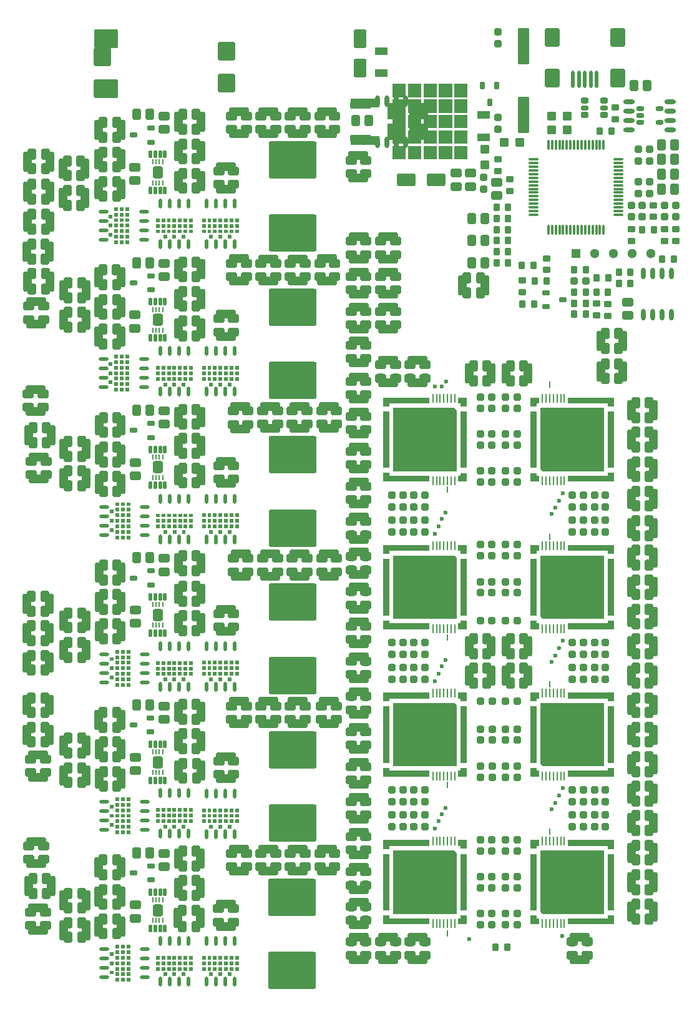
<source format=gtp>
%FSLAX44Y44*%
%MOMM*%
G71*
G01*
G75*
G04 Layer_Color=8421504*
%ADD10C,0.4000*%
%ADD11O,0.2500X1.3000*%
G04:AMPARAMS|DCode=12|XSize=1mm|YSize=0.9mm|CornerRadius=0.198mm|HoleSize=0mm|Usage=FLASHONLY|Rotation=270.000|XOffset=0mm|YOffset=0mm|HoleType=Round|Shape=RoundedRectangle|*
%AMROUNDEDRECTD12*
21,1,1.0000,0.5040,0,0,270.0*
21,1,0.6040,0.9000,0,0,270.0*
1,1,0.3960,-0.2520,-0.3020*
1,1,0.3960,-0.2520,0.3020*
1,1,0.3960,0.2520,0.3020*
1,1,0.3960,0.2520,-0.3020*
%
%ADD12ROUNDEDRECTD12*%
%ADD13C,0.6000*%
%ADD14O,0.2500X1.0000*%
G04:AMPARAMS|DCode=15|XSize=1mm|YSize=0.9mm|CornerRadius=0.198mm|HoleSize=0mm|Usage=FLASHONLY|Rotation=180.000|XOffset=0mm|YOffset=0mm|HoleType=Round|Shape=RoundedRectangle|*
%AMROUNDEDRECTD15*
21,1,1.0000,0.5040,0,0,180.0*
21,1,0.6040,0.9000,0,0,180.0*
1,1,0.3960,-0.3020,0.2520*
1,1,0.3960,0.3020,0.2520*
1,1,0.3960,0.3020,-0.2520*
1,1,0.3960,-0.3020,-0.2520*
%
%ADD15ROUNDEDRECTD15*%
G04:AMPARAMS|DCode=16|XSize=1.75mm|YSize=1.05mm|CornerRadius=0.1995mm|HoleSize=0mm|Usage=FLASHONLY|Rotation=180.000|XOffset=0mm|YOffset=0mm|HoleType=Round|Shape=RoundedRectangle|*
%AMROUNDEDRECTD16*
21,1,1.7500,0.6510,0,0,180.0*
21,1,1.3510,1.0500,0,0,180.0*
1,1,0.3990,-0.6755,0.3255*
1,1,0.3990,0.6755,0.3255*
1,1,0.3990,0.6755,-0.3255*
1,1,0.3990,-0.6755,-0.3255*
%
%ADD16ROUNDEDRECTD16*%
G04:AMPARAMS|DCode=17|XSize=2.7mm|YSize=1.15mm|CornerRadius=0.2013mm|HoleSize=0mm|Usage=FLASHONLY|Rotation=180.000|XOffset=0mm|YOffset=0mm|HoleType=Round|Shape=RoundedRectangle|*
%AMROUNDEDRECTD17*
21,1,2.7000,0.7475,0,0,180.0*
21,1,2.2975,1.1500,0,0,180.0*
1,1,0.4025,-1.1487,0.3738*
1,1,0.4025,1.1487,0.3738*
1,1,0.4025,1.1487,-0.3738*
1,1,0.4025,-1.1487,-0.3738*
%
%ADD17ROUNDEDRECTD17*%
G04:AMPARAMS|DCode=18|XSize=1.45mm|YSize=1.15mm|CornerRadius=0.2013mm|HoleSize=0mm|Usage=FLASHONLY|Rotation=270.000|XOffset=0mm|YOffset=0mm|HoleType=Round|Shape=RoundedRectangle|*
%AMROUNDEDRECTD18*
21,1,1.4500,0.7475,0,0,270.0*
21,1,1.0475,1.1500,0,0,270.0*
1,1,0.4025,-0.3738,-0.5238*
1,1,0.4025,-0.3738,0.5238*
1,1,0.4025,0.3738,0.5238*
1,1,0.4025,0.3738,-0.5238*
%
%ADD18ROUNDEDRECTD18*%
G04:AMPARAMS|DCode=19|XSize=1mm|YSize=0.95mm|CornerRadius=0.1995mm|HoleSize=0mm|Usage=FLASHONLY|Rotation=180.000|XOffset=0mm|YOffset=0mm|HoleType=Round|Shape=RoundedRectangle|*
%AMROUNDEDRECTD19*
21,1,1.0000,0.5510,0,0,180.0*
21,1,0.6010,0.9500,0,0,180.0*
1,1,0.3990,-0.3005,0.2755*
1,1,0.3990,0.3005,0.2755*
1,1,0.3990,0.3005,-0.2755*
1,1,0.3990,-0.3005,-0.2755*
%
%ADD19ROUNDEDRECTD19*%
G04:AMPARAMS|DCode=20|XSize=1mm|YSize=0.95mm|CornerRadius=0.1995mm|HoleSize=0mm|Usage=FLASHONLY|Rotation=90.000|XOffset=0mm|YOffset=0mm|HoleType=Round|Shape=RoundedRectangle|*
%AMROUNDEDRECTD20*
21,1,1.0000,0.5510,0,0,90.0*
21,1,0.6010,0.9500,0,0,90.0*
1,1,0.3990,0.2755,0.3005*
1,1,0.3990,0.2755,-0.3005*
1,1,0.3990,-0.2755,-0.3005*
1,1,0.3990,-0.2755,0.3005*
%
%ADD20ROUNDEDRECTD20*%
G04:AMPARAMS|DCode=21|XSize=2.7mm|YSize=1.15mm|CornerRadius=0.2013mm|HoleSize=0mm|Usage=FLASHONLY|Rotation=90.000|XOffset=0mm|YOffset=0mm|HoleType=Round|Shape=RoundedRectangle|*
%AMROUNDEDRECTD21*
21,1,2.7000,0.7475,0,0,90.0*
21,1,2.2975,1.1500,0,0,90.0*
1,1,0.4025,0.3738,1.1487*
1,1,0.4025,0.3738,-1.1487*
1,1,0.4025,-0.3738,-1.1487*
1,1,0.4025,-0.3738,1.1487*
%
%ADD21ROUNDEDRECTD21*%
G04:AMPARAMS|DCode=22|XSize=1.45mm|YSize=1.15mm|CornerRadius=0.2013mm|HoleSize=0mm|Usage=FLASHONLY|Rotation=0.000|XOffset=0mm|YOffset=0mm|HoleType=Round|Shape=RoundedRectangle|*
%AMROUNDEDRECTD22*
21,1,1.4500,0.7475,0,0,0.0*
21,1,1.0475,1.1500,0,0,0.0*
1,1,0.4025,0.5238,-0.3738*
1,1,0.4025,-0.5238,-0.3738*
1,1,0.4025,-0.5238,0.3738*
1,1,0.4025,0.5238,0.3738*
%
%ADD22ROUNDEDRECTD22*%
G04:AMPARAMS|DCode=23|XSize=3.95mm|YSize=1.2mm|CornerRadius=0.198mm|HoleSize=0mm|Usage=FLASHONLY|Rotation=0.000|XOffset=0mm|YOffset=0mm|HoleType=Round|Shape=RoundedRectangle|*
%AMROUNDEDRECTD23*
21,1,3.9500,0.8040,0,0,0.0*
21,1,3.5540,1.2000,0,0,0.0*
1,1,0.3960,1.7770,-0.4020*
1,1,0.3960,-1.7770,-0.4020*
1,1,0.3960,-1.7770,0.4020*
1,1,0.3960,1.7770,0.4020*
%
%ADD23ROUNDEDRECTD23*%
G04:AMPARAMS|DCode=24|XSize=11.3mm|YSize=10.75mm|CornerRadius=0.215mm|HoleSize=0mm|Usage=FLASHONLY|Rotation=0.000|XOffset=0mm|YOffset=0mm|HoleType=Round|Shape=RoundedRectangle|*
%AMROUNDEDRECTD24*
21,1,11.3000,10.3200,0,0,0.0*
21,1,10.8700,10.7500,0,0,0.0*
1,1,0.4300,5.4350,-5.1600*
1,1,0.4300,-5.4350,-5.1600*
1,1,0.4300,-5.4350,5.1600*
1,1,0.4300,5.4350,5.1600*
%
%ADD24ROUNDEDRECTD24*%
G04:AMPARAMS|DCode=25|XSize=2.5mm|YSize=1.7mm|CornerRadius=0.204mm|HoleSize=0mm|Usage=FLASHONLY|Rotation=180.000|XOffset=0mm|YOffset=0mm|HoleType=Round|Shape=RoundedRectangle|*
%AMROUNDEDRECTD25*
21,1,2.5000,1.2920,0,0,180.0*
21,1,2.0920,1.7000,0,0,180.0*
1,1,0.4080,-1.0460,0.6460*
1,1,0.4080,1.0460,0.6460*
1,1,0.4080,1.0460,-0.6460*
1,1,0.4080,-1.0460,-0.6460*
%
%ADD25ROUNDEDRECTD25*%
G04:AMPARAMS|DCode=26|XSize=2.5mm|YSize=1.7mm|CornerRadius=0.204mm|HoleSize=0mm|Usage=FLASHONLY|Rotation=90.000|XOffset=0mm|YOffset=0mm|HoleType=Round|Shape=RoundedRectangle|*
%AMROUNDEDRECTD26*
21,1,2.5000,1.2920,0,0,90.0*
21,1,2.0920,1.7000,0,0,90.0*
1,1,0.4080,0.6460,1.0460*
1,1,0.4080,0.6460,-1.0460*
1,1,0.4080,-0.6460,-1.0460*
1,1,0.4080,-0.6460,1.0460*
%
%ADD26ROUNDEDRECTD26*%
G04:AMPARAMS|DCode=27|XSize=3.3mm|YSize=2.5mm|CornerRadius=0.2mm|HoleSize=0mm|Usage=FLASHONLY|Rotation=0.000|XOffset=0mm|YOffset=0mm|HoleType=Round|Shape=RoundedRectangle|*
%AMROUNDEDRECTD27*
21,1,3.3000,2.1000,0,0,0.0*
21,1,2.9000,2.5000,0,0,0.0*
1,1,0.4000,1.4500,-1.0500*
1,1,0.4000,-1.4500,-1.0500*
1,1,0.4000,-1.4500,1.0500*
1,1,0.4000,1.4500,1.0500*
%
%ADD27ROUNDEDRECTD27*%
G04:AMPARAMS|DCode=28|XSize=2.5mm|YSize=2.3mm|CornerRadius=0.1955mm|HoleSize=0mm|Usage=FLASHONLY|Rotation=270.000|XOffset=0mm|YOffset=0mm|HoleType=Round|Shape=RoundedRectangle|*
%AMROUNDEDRECTD28*
21,1,2.5000,1.9090,0,0,270.0*
21,1,2.1090,2.3000,0,0,270.0*
1,1,0.3910,-0.9545,-1.0545*
1,1,0.3910,-0.9545,1.0545*
1,1,0.3910,0.9545,1.0545*
1,1,0.3910,0.9545,-1.0545*
%
%ADD28ROUNDEDRECTD28*%
G04:AMPARAMS|DCode=29|XSize=3mm|YSize=1.65mm|CornerRadius=0.1073mm|HoleSize=0mm|Usage=FLASHONLY|Rotation=180.000|XOffset=0mm|YOffset=0mm|HoleType=Round|Shape=RoundedRectangle|*
%AMROUNDEDRECTD29*
21,1,3.0000,1.4355,0,0,180.0*
21,1,2.7855,1.6500,0,0,180.0*
1,1,0.2145,-1.3927,0.7178*
1,1,0.2145,1.3927,0.7178*
1,1,0.2145,1.3927,-0.7178*
1,1,0.2145,-1.3927,-0.7178*
%
%ADD29ROUNDEDRECTD29*%
G04:AMPARAMS|DCode=30|XSize=1mm|YSize=0.45mm|CornerRadius=0.1125mm|HoleSize=0mm|Usage=FLASHONLY|Rotation=90.000|XOffset=0mm|YOffset=0mm|HoleType=Round|Shape=RoundedRectangle|*
%AMROUNDEDRECTD30*
21,1,1.0000,0.2250,0,0,90.0*
21,1,0.7750,0.4500,0,0,90.0*
1,1,0.2250,0.1125,0.3875*
1,1,0.2250,0.1125,-0.3875*
1,1,0.2250,-0.1125,-0.3875*
1,1,0.2250,-0.1125,0.3875*
%
%ADD30ROUNDEDRECTD30*%
G04:AMPARAMS|DCode=31|XSize=0.7mm|YSize=0.25mm|CornerRadius=0.0838mm|HoleSize=0mm|Usage=FLASHONLY|Rotation=90.000|XOffset=0mm|YOffset=0mm|HoleType=Round|Shape=RoundedRectangle|*
%AMROUNDEDRECTD31*
21,1,0.7000,0.0825,0,0,90.0*
21,1,0.5325,0.2500,0,0,90.0*
1,1,0.1675,0.0413,0.2662*
1,1,0.1675,0.0413,-0.2662*
1,1,0.1675,-0.0413,-0.2662*
1,1,0.1675,-0.0413,0.2662*
%
%ADD31ROUNDEDRECTD31*%
G04:AMPARAMS|DCode=32|XSize=1.35mm|YSize=1.65mm|CornerRadius=0.27mm|HoleSize=0mm|Usage=FLASHONLY|Rotation=180.000|XOffset=0mm|YOffset=0mm|HoleType=Round|Shape=RoundedRectangle|*
%AMROUNDEDRECTD32*
21,1,1.3500,1.1100,0,0,180.0*
21,1,0.8100,1.6500,0,0,180.0*
1,1,0.5400,-0.4050,0.5550*
1,1,0.5400,0.4050,0.5550*
1,1,0.5400,0.4050,-0.5550*
1,1,0.5400,-0.4050,-0.5550*
%
%ADD32ROUNDEDRECTD32*%
G04:AMPARAMS|DCode=33|XSize=1.05mm|YSize=0.65mm|CornerRadius=0.2015mm|HoleSize=0mm|Usage=FLASHONLY|Rotation=180.000|XOffset=0mm|YOffset=0mm|HoleType=Round|Shape=RoundedRectangle|*
%AMROUNDEDRECTD33*
21,1,1.0500,0.2470,0,0,180.0*
21,1,0.6470,0.6500,0,0,180.0*
1,1,0.4030,-0.3235,0.1235*
1,1,0.4030,0.3235,0.1235*
1,1,0.4030,0.3235,-0.1235*
1,1,0.4030,-0.3235,-0.1235*
%
%ADD33ROUNDEDRECTD33*%
%ADD34O,1.3500X0.5000*%
G04:AMPARAMS|DCode=35|XSize=6.5mm|YSize=5mm|CornerRadius=0.25mm|HoleSize=0mm|Usage=FLASHONLY|Rotation=180.000|XOffset=0mm|YOffset=0mm|HoleType=Round|Shape=RoundedRectangle|*
%AMROUNDEDRECTD35*
21,1,6.5000,4.5000,0,0,180.0*
21,1,6.0000,5.0000,0,0,180.0*
1,1,0.5000,-3.0000,2.2500*
1,1,0.5000,3.0000,2.2500*
1,1,0.5000,3.0000,-2.2500*
1,1,0.5000,-3.0000,-2.2500*
%
%ADD35ROUNDEDRECTD35*%
%ADD36O,0.5000X1.3500*%
G04:AMPARAMS|DCode=37|XSize=2.85mm|YSize=1mm|CornerRadius=0.2mm|HoleSize=0mm|Usage=FLASHONLY|Rotation=0.000|XOffset=0mm|YOffset=0mm|HoleType=Round|Shape=RoundedRectangle|*
%AMROUNDEDRECTD37*
21,1,2.8500,0.6000,0,0,0.0*
21,1,2.4500,1.0000,0,0,0.0*
1,1,0.4000,1.2250,-0.3000*
1,1,0.4000,-1.2250,-0.3000*
1,1,0.4000,-1.2250,0.3000*
1,1,0.4000,1.2250,0.3000*
%
%ADD37ROUNDEDRECTD37*%
G04:AMPARAMS|DCode=38|XSize=6.45mm|YSize=6mm|CornerRadius=0.21mm|HoleSize=0mm|Usage=FLASHONLY|Rotation=0.000|XOffset=0mm|YOffset=0mm|HoleType=Round|Shape=RoundedRectangle|*
%AMROUNDEDRECTD38*
21,1,6.4500,5.5800,0,0,0.0*
21,1,6.0300,6.0000,0,0,0.0*
1,1,0.4200,3.0150,-2.7900*
1,1,0.4200,-3.0150,-2.7900*
1,1,0.4200,-3.0150,2.7900*
1,1,0.4200,3.0150,2.7900*
%
%ADD38ROUNDEDRECTD38*%
G04:AMPARAMS|DCode=39|XSize=1.2mm|YSize=1.2mm|CornerRadius=0.198mm|HoleSize=0mm|Usage=FLASHONLY|Rotation=0.000|XOffset=0mm|YOffset=0mm|HoleType=Round|Shape=RoundedRectangle|*
%AMROUNDEDRECTD39*
21,1,1.2000,0.8040,0,0,0.0*
21,1,0.8040,1.2000,0,0,0.0*
1,1,0.3960,0.4020,-0.4020*
1,1,0.3960,-0.4020,-0.4020*
1,1,0.3960,-0.4020,0.4020*
1,1,0.3960,0.4020,0.4020*
%
%ADD39ROUNDEDRECTD39*%
G04:AMPARAMS|DCode=40|XSize=1.2mm|YSize=1.2mm|CornerRadius=0.198mm|HoleSize=0mm|Usage=FLASHONLY|Rotation=90.000|XOffset=0mm|YOffset=0mm|HoleType=Round|Shape=RoundedRectangle|*
%AMROUNDEDRECTD40*
21,1,1.2000,0.8040,0,0,90.0*
21,1,0.8040,1.2000,0,0,90.0*
1,1,0.3960,0.4020,0.4020*
1,1,0.3960,0.4020,-0.4020*
1,1,0.3960,-0.4020,-0.4020*
1,1,0.3960,-0.4020,0.4020*
%
%ADD40ROUNDEDRECTD40*%
G04:AMPARAMS|DCode=41|XSize=2.3mm|YSize=0.5mm|CornerRadius=0.2mm|HoleSize=0mm|Usage=FLASHONLY|Rotation=270.000|XOffset=0mm|YOffset=0mm|HoleType=Round|Shape=RoundedRectangle|*
%AMROUNDEDRECTD41*
21,1,2.3000,0.1000,0,0,270.0*
21,1,1.9000,0.5000,0,0,270.0*
1,1,0.4000,-0.0500,-0.9500*
1,1,0.4000,-0.0500,0.9500*
1,1,0.4000,0.0500,0.9500*
1,1,0.4000,0.0500,-0.9500*
%
%ADD41ROUNDEDRECTD41*%
G04:AMPARAMS|DCode=42|XSize=2.5mm|YSize=2mm|CornerRadius=0.2mm|HoleSize=0mm|Usage=FLASHONLY|Rotation=270.000|XOffset=0mm|YOffset=0mm|HoleType=Round|Shape=RoundedRectangle|*
%AMROUNDEDRECTD42*
21,1,2.5000,1.6000,0,0,270.0*
21,1,2.1000,2.0000,0,0,270.0*
1,1,0.4000,-0.8000,-1.0500*
1,1,0.4000,-0.8000,1.0500*
1,1,0.4000,0.8000,1.0500*
1,1,0.4000,0.8000,-1.0500*
%
%ADD42ROUNDEDRECTD42*%
G04:AMPARAMS|DCode=43|XSize=1.1mm|YSize=0.6mm|CornerRadius=0.201mm|HoleSize=0mm|Usage=FLASHONLY|Rotation=0.000|XOffset=0mm|YOffset=0mm|HoleType=Round|Shape=RoundedRectangle|*
%AMROUNDEDRECTD43*
21,1,1.1000,0.1980,0,0,0.0*
21,1,0.6980,0.6000,0,0,0.0*
1,1,0.4020,0.3490,-0.0990*
1,1,0.4020,-0.3490,-0.0990*
1,1,0.4020,-0.3490,0.0990*
1,1,0.4020,0.3490,0.0990*
%
%ADD43ROUNDEDRECTD43*%
%ADD44C,1.0000*%
%ADD45O,1.5000X0.3000*%
%ADD46O,0.3000X1.5000*%
G04:AMPARAMS|DCode=47|XSize=4.9mm|YSize=1.6mm|CornerRadius=0.2mm|HoleSize=0mm|Usage=FLASHONLY|Rotation=270.000|XOffset=0mm|YOffset=0mm|HoleType=Round|Shape=RoundedRectangle|*
%AMROUNDEDRECTD47*
21,1,4.9000,1.2000,0,0,270.0*
21,1,4.5000,1.6000,0,0,270.0*
1,1,0.4000,-0.6000,-2.2500*
1,1,0.4000,-0.6000,2.2500*
1,1,0.4000,0.6000,2.2500*
1,1,0.4000,0.6000,-2.2500*
%
%ADD47ROUNDEDRECTD47*%
%ADD48R,1.3000X1.3000*%
%ADD49C,1.3000*%
G04:AMPARAMS|DCode=50|XSize=1.05mm|YSize=0.65mm|CornerRadius=0.2015mm|HoleSize=0mm|Usage=FLASHONLY|Rotation=270.000|XOffset=0mm|YOffset=0mm|HoleType=Round|Shape=RoundedRectangle|*
%AMROUNDEDRECTD50*
21,1,1.0500,0.2470,0,0,270.0*
21,1,0.6470,0.6500,0,0,270.0*
1,1,0.4030,-0.1235,-0.3235*
1,1,0.4030,-0.1235,0.3235*
1,1,0.4030,0.1235,0.3235*
1,1,0.4030,0.1235,-0.3235*
%
%ADD50ROUNDEDRECTD50*%
%ADD51O,0.6000X1.5500*%
G04:AMPARAMS|DCode=52|XSize=1.75mm|YSize=1.05mm|CornerRadius=0.1995mm|HoleSize=0mm|Usage=FLASHONLY|Rotation=90.000|XOffset=0mm|YOffset=0mm|HoleType=Round|Shape=RoundedRectangle|*
%AMROUNDEDRECTD52*
21,1,1.7500,0.6510,0,0,90.0*
21,1,1.3510,1.0500,0,0,90.0*
1,1,0.3990,0.3255,0.6755*
1,1,0.3990,0.3255,-0.6755*
1,1,0.3990,-0.3255,-0.6755*
1,1,0.3990,-0.3255,0.6755*
%
%ADD52ROUNDEDRECTD52*%
%ADD53O,1.5500X0.6000*%
%ADD54O,0.2000X1.0000*%
%ADD55C,0.5000*%
G04:AMPARAMS|DCode=56|XSize=1.1mm|YSize=0.8mm|CornerRadius=0.268mm|HoleSize=0mm|Usage=FLASHONLY|Rotation=0.000|XOffset=0mm|YOffset=0mm|HoleType=Round|Shape=RoundedRectangle|*
%AMROUNDEDRECTD56*
21,1,1.1000,0.2640,0,0,0.0*
21,1,0.5640,0.8000,0,0,0.0*
1,1,0.5360,0.2820,-0.1320*
1,1,0.5360,-0.2820,-0.1320*
1,1,0.5360,-0.2820,0.1320*
1,1,0.5360,0.2820,0.1320*
%
%ADD56ROUNDEDRECTD56*%
%ADD57C,2.0000*%
%ADD58C,0.6000*%
%ADD59C,0.5000*%
%ADD60C,0.2500*%
%ADD61C,0.4500*%
%ADD62C,0.4000*%
%ADD63C,0.3500*%
%ADD64C,0.3000*%
%ADD65C,0.2540*%
%ADD66C,0.2000*%
%ADD67C,1.6000*%
%ADD68C,2.5000*%
%ADD69C,7.0000*%
%ADD70C,2.0000*%
%ADD71C,1.6000*%
%ADD72C,4.5000*%
%ADD73C,0.0500*%
%ADD74C,0.1500*%
%ADD75C,0.1524*%
%ADD76C,0.0000*%
G36*
X106250Y-51000D02*
X52000D01*
Y-55000D01*
X43000D01*
Y-43000D01*
X106250D01*
Y-51000D01*
D02*
G37*
G36*
X357000Y-55000D02*
X348000Y-55000D01*
Y-51000D01*
X293750D01*
Y-43000D01*
X357000D01*
Y-55000D01*
D02*
G37*
G36*
Y-138250D02*
X348000D01*
Y-61750D01*
X357000D01*
Y-138250D01*
D02*
G37*
G36*
X157000Y-54750D02*
X148000D01*
Y-51000D01*
X145250D01*
Y-43000D01*
X157000D01*
Y-54750D01*
D02*
G37*
G36*
X-307498Y-35000D02*
X-312498D01*
Y-30000D01*
X-307498D01*
Y-35000D01*
D02*
G37*
G36*
X-314998D02*
X-319998D01*
Y-30000D01*
X-314998D01*
Y-35000D01*
D02*
G37*
G36*
X254750Y-51000D02*
X252000D01*
Y-54750D01*
X243000D01*
Y-43000D01*
X254750D01*
Y-51000D01*
D02*
G37*
G36*
X252000Y-138250D02*
X243000D01*
Y-61750D01*
X252000D01*
Y-138250D01*
D02*
G37*
G36*
X357000Y-157000D02*
X293750D01*
Y-149000D01*
X348000D01*
Y-145000D01*
X357000D01*
Y-157000D01*
D02*
G37*
G36*
X252000Y-149000D02*
X254750D01*
Y-157000D01*
X243000D01*
Y-145250D01*
X252000D01*
Y-149000D01*
D02*
G37*
G36*
X157000Y-157000D02*
X145250D01*
Y-149000D01*
X148000D01*
Y-145250D01*
X157000D01*
Y-157000D01*
D02*
G37*
G36*
X143000Y-60000D02*
Y-143000D01*
X57000D01*
Y-57000D01*
X140000D01*
X143000Y-60000D01*
D02*
G37*
G36*
X157000Y-138250D02*
X148000D01*
Y-61750D01*
X157000D01*
Y-138250D01*
D02*
G37*
G36*
X52000D02*
X43000D01*
Y-61750D01*
X52000D01*
Y-138250D01*
D02*
G37*
G36*
X343000Y-143000D02*
X260000D01*
X257000Y-140000D01*
Y-57000D01*
X343000D01*
Y-143000D01*
D02*
G37*
G36*
X-299998Y-35000D02*
X-304998D01*
Y-30000D01*
X-299998D01*
Y-35000D01*
D02*
G37*
G36*
X-259950Y-20250D02*
X-264950D01*
Y-15250D01*
X-259950D01*
Y-20250D01*
D02*
G37*
G36*
X-322498Y-25000D02*
X-327498D01*
Y-20000D01*
X-322498D01*
Y-25000D01*
D02*
G37*
G36*
X-299998Y-27500D02*
X-304998D01*
Y-22500D01*
X-299998D01*
Y-27500D01*
D02*
G37*
G36*
X-252450Y-20250D02*
X-257450D01*
Y-15250D01*
X-252450D01*
Y-20250D01*
D02*
G37*
G36*
X-237450Y-20250D02*
X-242450D01*
Y-15250D01*
X-237450D01*
Y-20250D01*
D02*
G37*
G36*
X-222450Y-20250D02*
X-227450D01*
Y-15250D01*
X-222450D01*
Y-20250D01*
D02*
G37*
G36*
X-244950D02*
X-249950D01*
Y-15250D01*
X-244950D01*
Y-20250D01*
D02*
G37*
G36*
X-307498Y-27500D02*
X-312498D01*
Y-22500D01*
X-307498D01*
Y-27500D01*
D02*
G37*
G36*
X-237450Y-27750D02*
X-242450D01*
Y-22750D01*
X-237450D01*
Y-27750D01*
D02*
G37*
G36*
X-249950D02*
X-254950D01*
Y-22750D01*
X-249950D01*
Y-27750D01*
D02*
G37*
G36*
X-224950Y-27750D02*
X-229950D01*
Y-22750D01*
X-224950D01*
Y-27750D01*
D02*
G37*
G36*
X-162500Y-27500D02*
X-167500D01*
Y-22500D01*
X-162500D01*
Y-27500D01*
D02*
G37*
G36*
X-314998Y-27500D02*
X-319998D01*
Y-22500D01*
X-314998D01*
Y-27500D01*
D02*
G37*
G36*
X-175000Y-27500D02*
X-180000D01*
Y-22500D01*
X-175000D01*
Y-27500D01*
D02*
G37*
G36*
X-187500D02*
X-192500D01*
Y-22500D01*
X-187500D01*
Y-27500D01*
D02*
G37*
G36*
X52000Y-149000D02*
X106250D01*
Y-157000D01*
X43000D01*
Y-145000D01*
X52000Y-145000D01*
Y-149000D01*
D02*
G37*
G36*
X-197500Y-205000D02*
X-202500D01*
Y-200000D01*
X-197500D01*
Y-205000D01*
D02*
G37*
G36*
X-152500Y-205000D02*
X-157500D01*
Y-200000D01*
X-152500D01*
Y-205000D01*
D02*
G37*
G36*
X-167500D02*
X-172500D01*
Y-200000D01*
X-167500D01*
Y-205000D01*
D02*
G37*
G36*
X-190000Y-205000D02*
X-195000D01*
Y-200000D01*
X-190000D01*
Y-205000D01*
D02*
G37*
G36*
X-314998Y-205000D02*
X-319998D01*
Y-200000D01*
X-314998D01*
Y-205000D01*
D02*
G37*
G36*
X-160000Y-205000D02*
X-165000D01*
Y-200000D01*
X-160000D01*
Y-205000D01*
D02*
G37*
G36*
X-182500D02*
X-187500D01*
Y-200000D01*
X-182500D01*
Y-205000D01*
D02*
G37*
G36*
X-175000Y-205000D02*
X-180000D01*
Y-200000D01*
X-175000D01*
Y-205000D01*
D02*
G37*
G36*
X-244950Y-212000D02*
X-249950D01*
Y-207000D01*
X-244950D01*
Y-212000D01*
D02*
G37*
G36*
X-252450Y-212000D02*
X-257450D01*
Y-207000D01*
X-252450D01*
Y-212000D01*
D02*
G37*
G36*
X-259950D02*
X-264950D01*
Y-207000D01*
X-259950D01*
Y-212000D01*
D02*
G37*
G36*
X-237450Y-212000D02*
X-242450D01*
Y-207000D01*
X-237450D01*
Y-212000D01*
D02*
G37*
G36*
X-214950D02*
X-219950D01*
Y-207000D01*
X-214950D01*
Y-212000D01*
D02*
G37*
G36*
X-222450D02*
X-227450D01*
Y-207000D01*
X-222450D01*
Y-212000D01*
D02*
G37*
G36*
X-229950D02*
X-234950D01*
Y-207000D01*
X-229950D01*
Y-212000D01*
D02*
G37*
G36*
X-307498Y-205000D02*
X-312498D01*
Y-200000D01*
X-307498D01*
Y-205000D01*
D02*
G37*
G36*
X-307498Y-197500D02*
X-312498D01*
Y-192500D01*
X-307498D01*
Y-197500D01*
D02*
G37*
G36*
X-314998D02*
X-319998D01*
Y-192500D01*
X-314998D01*
Y-197500D01*
D02*
G37*
G36*
X-322498Y-200000D02*
X-327498D01*
Y-195000D01*
X-322498D01*
Y-200000D01*
D02*
G37*
G36*
X-299998Y-197500D02*
X-304998D01*
Y-192500D01*
X-299998D01*
Y-197500D01*
D02*
G37*
G36*
Y-190000D02*
X-304998D01*
Y-185000D01*
X-299998D01*
Y-190000D01*
D02*
G37*
G36*
X-307498D02*
X-312498D01*
Y-185000D01*
X-307498D01*
Y-190000D01*
D02*
G37*
G36*
X-314998D02*
X-319998D01*
Y-185000D01*
X-314998D01*
Y-190000D01*
D02*
G37*
G36*
X-222450Y-204500D02*
X-227450D01*
Y-199500D01*
X-222450D01*
Y-204500D01*
D02*
G37*
G36*
X-229950Y-204500D02*
X-234950D01*
Y-199500D01*
X-229950D01*
Y-204500D01*
D02*
G37*
G36*
X-237450D02*
X-242450D01*
Y-199500D01*
X-237450D01*
Y-204500D01*
D02*
G37*
G36*
X-299998Y-205000D02*
X-304998D01*
Y-200000D01*
X-299998D01*
Y-205000D01*
D02*
G37*
G36*
X-214950Y-204500D02*
X-219950D01*
Y-199500D01*
X-214950D01*
Y-204500D01*
D02*
G37*
G36*
X-244950Y-204500D02*
X-249950D01*
Y-199500D01*
X-244950D01*
Y-204500D01*
D02*
G37*
G36*
X-252450D02*
X-257450D01*
Y-199500D01*
X-252450D01*
Y-204500D01*
D02*
G37*
G36*
X-259950D02*
X-264950D01*
Y-199500D01*
X-259950D01*
Y-204500D01*
D02*
G37*
G36*
X-182500Y-5000D02*
X-187500D01*
Y0D01*
X-182500D01*
Y-5000D01*
D02*
G37*
G36*
X-190000D02*
X-195000D01*
Y0D01*
X-190000D01*
Y-5000D01*
D02*
G37*
G36*
X-197500D02*
X-202500D01*
Y0D01*
X-197500D01*
Y-5000D01*
D02*
G37*
G36*
X-160000D02*
X-165000D01*
Y0D01*
X-160000D01*
Y-5000D01*
D02*
G37*
G36*
X-299998Y-5000D02*
X-304998D01*
Y0D01*
X-299998D01*
Y-5000D01*
D02*
G37*
G36*
X-307498D02*
X-312498D01*
Y0D01*
X-307498D01*
Y-5000D01*
D02*
G37*
G36*
X-314998D02*
X-319998D01*
Y0D01*
X-314998D01*
Y-5000D01*
D02*
G37*
G36*
X-152500Y-5000D02*
X-157500D01*
Y0D01*
X-152500D01*
Y-5000D01*
D02*
G37*
G36*
X-252450Y-5250D02*
X-257450D01*
Y-250D01*
X-252450D01*
Y-5250D01*
D02*
G37*
G36*
X-259950D02*
X-264950D01*
Y-250D01*
X-259950D01*
Y-5250D01*
D02*
G37*
G36*
X-214950Y-5250D02*
X-219950D01*
Y-250D01*
X-214950D01*
Y-5250D01*
D02*
G37*
G36*
X-244950Y-5250D02*
X-249950D01*
Y-250D01*
X-244950D01*
Y-5250D01*
D02*
G37*
G36*
X-167500Y-5000D02*
X-172500D01*
Y0D01*
X-167500D01*
Y-5000D01*
D02*
G37*
G36*
X-175000D02*
X-180000D01*
Y0D01*
X-175000D01*
Y-5000D01*
D02*
G37*
G36*
X-222450Y-5250D02*
X-227450D01*
Y-250D01*
X-222450D01*
Y-5250D01*
D02*
G37*
G36*
X-322498Y0D02*
X-327498D01*
Y5000D01*
X-322498D01*
Y0D01*
D02*
G37*
G36*
X143000Y140000D02*
Y57000D01*
X57000D01*
Y143000D01*
X140000D01*
X143000Y140000D01*
D02*
G37*
G36*
X357000Y43000D02*
X293750D01*
Y51000D01*
X348000D01*
Y55000D01*
X357000D01*
Y43000D01*
D02*
G37*
G36*
X252000Y51000D02*
X254750D01*
Y43000D01*
X243000D01*
Y54750D01*
X252000D01*
Y51000D01*
D02*
G37*
G36*
X343000Y57000D02*
X260000D01*
X257000Y60000D01*
Y143000D01*
X343000D01*
Y57000D01*
D02*
G37*
G36*
X252000Y61750D02*
X243000D01*
Y138250D01*
X252000D01*
Y61750D01*
D02*
G37*
G36*
X157000D02*
X148000D01*
Y138250D01*
X157000D01*
Y61750D01*
D02*
G37*
G36*
X52000D02*
X43000D01*
Y138250D01*
X52000D01*
Y61750D01*
D02*
G37*
G36*
X157000Y43000D02*
X145250D01*
Y51000D01*
X148000D01*
Y54750D01*
X157000D01*
Y43000D01*
D02*
G37*
G36*
X-299998Y2500D02*
X-304998D01*
Y7500D01*
X-299998D01*
Y2500D01*
D02*
G37*
G36*
X-307498D02*
X-312498D01*
Y7500D01*
X-307498D01*
Y2500D01*
D02*
G37*
G36*
X-314998D02*
X-319998D01*
Y7500D01*
X-314998D01*
Y2500D01*
D02*
G37*
G36*
Y10000D02*
X-319998D01*
Y15000D01*
X-314998D01*
Y10000D01*
D02*
G37*
G36*
X52000Y51000D02*
X106250D01*
Y43000D01*
X43000D01*
Y55000D01*
X52000Y55000D01*
Y51000D01*
D02*
G37*
G36*
X-299998Y10000D02*
X-304998D01*
Y15000D01*
X-299998D01*
Y10000D01*
D02*
G37*
G36*
X-307498D02*
X-312498D01*
Y15000D01*
X-307498D01*
Y10000D01*
D02*
G37*
G36*
X-229950Y-5250D02*
X-234950D01*
Y-250D01*
X-229950D01*
Y-5250D01*
D02*
G37*
G36*
X-307498Y-20000D02*
X-312498D01*
Y-15000D01*
X-307498D01*
Y-20000D01*
D02*
G37*
G36*
X-314998D02*
X-319998D01*
Y-15000D01*
X-314998D01*
Y-20000D01*
D02*
G37*
G36*
X-152500Y-20000D02*
X-157500D01*
Y-15000D01*
X-152500D01*
Y-20000D01*
D02*
G37*
G36*
X-299998Y-20000D02*
X-304998D01*
Y-15000D01*
X-299998D01*
Y-20000D01*
D02*
G37*
G36*
X-244950Y-12750D02*
X-249950D01*
Y-7750D01*
X-244950D01*
Y-12750D01*
D02*
G37*
G36*
X-252450Y-12750D02*
X-257450D01*
Y-7750D01*
X-252450D01*
Y-12750D01*
D02*
G37*
G36*
X-259950D02*
X-264950D01*
Y-7750D01*
X-259950D01*
Y-12750D01*
D02*
G37*
G36*
X-167500Y-20000D02*
X-172500D01*
Y-15000D01*
X-167500D01*
Y-20000D01*
D02*
G37*
G36*
X-197500Y-20000D02*
X-202500D01*
Y-15000D01*
X-197500D01*
Y-20000D01*
D02*
G37*
G36*
X-214950Y-20250D02*
X-219950D01*
Y-15250D01*
X-214950D01*
Y-20250D01*
D02*
G37*
G36*
X-229950D02*
X-234950D01*
Y-15250D01*
X-229950D01*
Y-20250D01*
D02*
G37*
G36*
X-190000Y-20000D02*
X-195000D01*
Y-15000D01*
X-190000D01*
Y-20000D01*
D02*
G37*
G36*
X-175000Y-20000D02*
X-180000D01*
Y-15000D01*
X-175000D01*
Y-20000D01*
D02*
G37*
G36*
X-160000Y-20000D02*
X-165000D01*
Y-15000D01*
X-160000D01*
Y-20000D01*
D02*
G37*
G36*
X-182500D02*
X-187500D01*
Y-15000D01*
X-182500D01*
Y-20000D01*
D02*
G37*
G36*
X-237450Y-12750D02*
X-242450D01*
Y-7750D01*
X-237450D01*
Y-12750D01*
D02*
G37*
G36*
X-322498Y-12500D02*
X-327498D01*
Y-7500D01*
X-322498D01*
Y-12500D01*
D02*
G37*
G36*
X-152500Y-12500D02*
X-157500D01*
Y-7500D01*
X-152500D01*
Y-12500D01*
D02*
G37*
G36*
X-160000D02*
X-165000D01*
Y-7500D01*
X-160000D01*
Y-12500D01*
D02*
G37*
G36*
X-314998Y-12500D02*
X-319998D01*
Y-7500D01*
X-314998D01*
Y-12500D01*
D02*
G37*
G36*
X-237450Y-5250D02*
X-242450D01*
Y-250D01*
X-237450D01*
Y-5250D01*
D02*
G37*
G36*
X-299998Y-12500D02*
X-304998D01*
Y-7500D01*
X-299998D01*
Y-12500D01*
D02*
G37*
G36*
X-307498D02*
X-312498D01*
Y-7500D01*
X-307498D01*
Y-12500D01*
D02*
G37*
G36*
X-167500Y-12500D02*
X-172500D01*
Y-7500D01*
X-167500D01*
Y-12500D01*
D02*
G37*
G36*
X-214950Y-12750D02*
X-219950D01*
Y-7750D01*
X-214950D01*
Y-12750D01*
D02*
G37*
G36*
X-222450D02*
X-227450D01*
Y-7750D01*
X-222450D01*
Y-12750D01*
D02*
G37*
G36*
X-229950D02*
X-234950D01*
Y-7750D01*
X-229950D01*
Y-12750D01*
D02*
G37*
G36*
X-197500Y-12500D02*
X-202500D01*
Y-7500D01*
X-197500D01*
Y-12500D01*
D02*
G37*
G36*
X-175000Y-12500D02*
X-180000D01*
Y-7500D01*
X-175000D01*
Y-12500D01*
D02*
G37*
G36*
X-182500D02*
X-187500D01*
Y-7500D01*
X-182500D01*
Y-12500D01*
D02*
G37*
G36*
X-190000Y-12500D02*
X-195000D01*
Y-7500D01*
X-190000D01*
Y-12500D01*
D02*
G37*
G36*
X-299998Y-212500D02*
X-304998D01*
Y-207500D01*
X-299998D01*
Y-212500D01*
D02*
G37*
G36*
X-160000Y-412500D02*
X-165000D01*
Y-407500D01*
X-160000D01*
Y-412500D01*
D02*
G37*
G36*
X-167500D02*
X-172500D01*
Y-407500D01*
X-167500D01*
Y-412500D01*
D02*
G37*
G36*
X-175000D02*
X-180000D01*
Y-407500D01*
X-175000D01*
Y-412500D01*
D02*
G37*
G36*
X-152500D02*
X-157500D01*
Y-407500D01*
X-152500D01*
Y-412500D01*
D02*
G37*
G36*
X-307498Y-412500D02*
X-312498D01*
Y-407500D01*
X-307498D01*
Y-412500D01*
D02*
G37*
G36*
X-314998D02*
X-319998D01*
Y-407500D01*
X-314998D01*
Y-412500D01*
D02*
G37*
G36*
X-322498D02*
X-327498D01*
Y-407500D01*
X-322498D01*
Y-412500D01*
D02*
G37*
G36*
X-182500Y-412500D02*
X-187500D01*
Y-407500D01*
X-182500D01*
Y-412500D01*
D02*
G37*
G36*
X-244948D02*
X-249948D01*
Y-407500D01*
X-244948D01*
Y-412500D01*
D02*
G37*
G36*
X-190000Y-412500D02*
X-195000D01*
Y-407500D01*
X-190000D01*
Y-412500D01*
D02*
G37*
G36*
X-197500D02*
X-202500D01*
Y-407500D01*
X-197500D01*
Y-412500D01*
D02*
G37*
G36*
X-237448Y-412500D02*
X-242448D01*
Y-407500D01*
X-237448D01*
Y-412500D01*
D02*
G37*
G36*
X-214948D02*
X-219948D01*
Y-407500D01*
X-214948D01*
Y-412500D01*
D02*
G37*
G36*
X-222448D02*
X-227448D01*
Y-407500D01*
X-222448D01*
Y-412500D01*
D02*
G37*
G36*
X-229948D02*
X-234948D01*
Y-407500D01*
X-229948D01*
Y-412500D01*
D02*
G37*
G36*
X-299998Y-412500D02*
X-304998D01*
Y-407500D01*
X-299998D01*
Y-412500D01*
D02*
G37*
G36*
X-197500Y-405000D02*
X-202500D01*
Y-400000D01*
X-197500D01*
Y-405000D01*
D02*
G37*
G36*
X-222448D02*
X-227448D01*
Y-400000D01*
X-222448D01*
Y-405000D01*
D02*
G37*
G36*
X-244948D02*
X-249948D01*
Y-400000D01*
X-244948D01*
Y-405000D01*
D02*
G37*
G36*
X-190000D02*
X-195000D01*
Y-400000D01*
X-190000D01*
Y-405000D01*
D02*
G37*
G36*
X-314998Y-405000D02*
X-319998D01*
Y-400000D01*
X-314998D01*
Y-405000D01*
D02*
G37*
G36*
X-160000Y-405000D02*
X-165000D01*
Y-400000D01*
X-160000D01*
Y-405000D01*
D02*
G37*
G36*
X-182500D02*
X-187500D01*
Y-400000D01*
X-182500D01*
Y-405000D01*
D02*
G37*
G36*
X-252448D02*
X-257448D01*
Y-400000D01*
X-252448D01*
Y-405000D01*
D02*
G37*
G36*
X-214948Y-405000D02*
X-219948D01*
Y-400000D01*
X-214948D01*
Y-405000D01*
D02*
G37*
G36*
X-229948D02*
X-234948D01*
Y-400000D01*
X-229948D01*
Y-405000D01*
D02*
G37*
G36*
X-237448D02*
X-242448D01*
Y-400000D01*
X-237448D01*
Y-405000D01*
D02*
G37*
G36*
X-175000D02*
X-180000D01*
Y-400000D01*
X-175000D01*
Y-405000D01*
D02*
G37*
G36*
X-259948Y-405000D02*
X-264948D01*
Y-400000D01*
X-259948D01*
Y-405000D01*
D02*
G37*
G36*
X-152500Y-405000D02*
X-157500D01*
Y-400000D01*
X-152500D01*
Y-405000D01*
D02*
G37*
G36*
X-167500D02*
X-172500D01*
Y-400000D01*
X-167500D01*
Y-405000D01*
D02*
G37*
G36*
X-252448Y-412500D02*
X-257448D01*
Y-407500D01*
X-252448D01*
Y-412500D01*
D02*
G37*
G36*
X-307498Y-427500D02*
X-312498D01*
Y-422500D01*
X-307498D01*
Y-427500D01*
D02*
G37*
G36*
X-314998D02*
X-319998D01*
Y-422500D01*
X-314998D01*
Y-427500D01*
D02*
G37*
G36*
X-175000Y-427500D02*
X-180000D01*
Y-422500D01*
X-175000D01*
Y-427500D01*
D02*
G37*
G36*
X-299998Y-427500D02*
X-304998D01*
Y-422500D01*
X-299998D01*
Y-427500D01*
D02*
G37*
G36*
X-197500Y-420000D02*
X-202500D01*
Y-415000D01*
X-197500D01*
Y-420000D01*
D02*
G37*
G36*
X-259948D02*
X-264948D01*
Y-415000D01*
X-259948D01*
Y-420000D01*
D02*
G37*
G36*
X-322498Y-425000D02*
X-327498D01*
Y-420000D01*
X-322498D01*
Y-425000D01*
D02*
G37*
G36*
X-187500Y-427500D02*
X-192500D01*
Y-422500D01*
X-187500D01*
Y-427500D01*
D02*
G37*
G36*
X-299998Y-435000D02*
X-304998D01*
Y-430000D01*
X-299998D01*
Y-435000D01*
D02*
G37*
G36*
X-307498D02*
X-312498D01*
Y-430000D01*
X-307498D01*
Y-435000D01*
D02*
G37*
G36*
X-314998D02*
X-319998D01*
Y-430000D01*
X-314998D01*
Y-435000D01*
D02*
G37*
G36*
X-224948Y-427500D02*
X-229948D01*
Y-422500D01*
X-224948D01*
Y-427500D01*
D02*
G37*
G36*
X-237448Y-427500D02*
X-242448D01*
Y-422500D01*
X-237448D01*
Y-427500D01*
D02*
G37*
G36*
X-249948D02*
X-254948D01*
Y-422500D01*
X-249948D01*
Y-427500D01*
D02*
G37*
G36*
X-162500Y-427500D02*
X-167500D01*
Y-422500D01*
X-162500D01*
Y-427500D01*
D02*
G37*
G36*
X-252448Y-420000D02*
X-257448D01*
Y-415000D01*
X-252448D01*
Y-420000D01*
D02*
G37*
G36*
X-152500Y-420000D02*
X-157500D01*
Y-415000D01*
X-152500D01*
Y-420000D01*
D02*
G37*
G36*
X-167500D02*
X-172500D01*
Y-415000D01*
X-167500D01*
Y-420000D01*
D02*
G37*
G36*
X-175000D02*
X-180000D01*
Y-415000D01*
X-175000D01*
Y-420000D01*
D02*
G37*
G36*
X-314998Y-420000D02*
X-319998D01*
Y-415000D01*
X-314998D01*
Y-420000D01*
D02*
G37*
G36*
X-259948Y-412500D02*
X-264948D01*
Y-407500D01*
X-259948D01*
Y-412500D01*
D02*
G37*
G36*
X-299998Y-420000D02*
X-304998D01*
Y-415000D01*
X-299998D01*
Y-420000D01*
D02*
G37*
G36*
X-307498D02*
X-312498D01*
Y-415000D01*
X-307498D01*
Y-420000D01*
D02*
G37*
G36*
X-214948Y-420000D02*
X-219948D01*
Y-415000D01*
X-214948D01*
Y-420000D01*
D02*
G37*
G36*
X-190000Y-420000D02*
X-195000D01*
Y-415000D01*
X-190000D01*
Y-420000D01*
D02*
G37*
G36*
X-222448D02*
X-227448D01*
Y-415000D01*
X-222448D01*
Y-420000D01*
D02*
G37*
G36*
X-244948D02*
X-249948D01*
Y-415000D01*
X-244948D01*
Y-420000D01*
D02*
G37*
G36*
X-182500D02*
X-187500D01*
Y-415000D01*
X-182500D01*
Y-420000D01*
D02*
G37*
G36*
X-229948Y-420000D02*
X-234948D01*
Y-415000D01*
X-229948D01*
Y-420000D01*
D02*
G37*
G36*
X-237448D02*
X-242448D01*
Y-415000D01*
X-237448D01*
Y-420000D01*
D02*
G37*
G36*
X-160000Y-420000D02*
X-165000D01*
Y-415000D01*
X-160000D01*
Y-420000D01*
D02*
G37*
G36*
X-152500Y-220000D02*
X-157500D01*
Y-215000D01*
X-152500D01*
Y-220000D01*
D02*
G37*
G36*
X-167500D02*
X-172500D01*
Y-215000D01*
X-167500D01*
Y-220000D01*
D02*
G37*
G36*
X-175000D02*
X-180000D01*
Y-215000D01*
X-175000D01*
Y-220000D01*
D02*
G37*
G36*
X-314998Y-220000D02*
X-319998D01*
Y-215000D01*
X-314998D01*
Y-220000D01*
D02*
G37*
G36*
X-259950Y-219500D02*
X-264950D01*
Y-214500D01*
X-259950D01*
Y-219500D01*
D02*
G37*
G36*
X-299998Y-220000D02*
X-304998D01*
Y-215000D01*
X-299998D01*
Y-220000D01*
D02*
G37*
G36*
X-307498D02*
X-312498D01*
Y-215000D01*
X-307498D01*
Y-220000D01*
D02*
G37*
G36*
X-160000Y-220000D02*
X-165000D01*
Y-215000D01*
X-160000D01*
Y-220000D01*
D02*
G37*
G36*
X-237450Y-227000D02*
X-242450D01*
Y-222000D01*
X-237450D01*
Y-227000D01*
D02*
G37*
G36*
X-249950D02*
X-254950D01*
Y-222000D01*
X-249950D01*
Y-227000D01*
D02*
G37*
G36*
X-224950Y-227000D02*
X-229950D01*
Y-222000D01*
X-224950D01*
Y-227000D01*
D02*
G37*
G36*
X-322498Y-225000D02*
X-327498D01*
Y-220000D01*
X-322498D01*
Y-225000D01*
D02*
G37*
G36*
X-182500Y-220000D02*
X-187500D01*
Y-215000D01*
X-182500D01*
Y-220000D01*
D02*
G37*
G36*
X-190000D02*
X-195000D01*
Y-215000D01*
X-190000D01*
Y-220000D01*
D02*
G37*
G36*
X-197500Y-220000D02*
X-202500D01*
Y-215000D01*
X-197500D01*
Y-220000D01*
D02*
G37*
G36*
X-252450Y-219500D02*
X-257450D01*
Y-214500D01*
X-252450D01*
Y-219500D01*
D02*
G37*
G36*
X-160000Y-212500D02*
X-165000D01*
Y-207500D01*
X-160000D01*
Y-212500D01*
D02*
G37*
G36*
X-167500D02*
X-172500D01*
Y-207500D01*
X-167500D01*
Y-212500D01*
D02*
G37*
G36*
X-175000D02*
X-180000D01*
Y-207500D01*
X-175000D01*
Y-212500D01*
D02*
G37*
G36*
X-152500D02*
X-157500D01*
Y-207500D01*
X-152500D01*
Y-212500D01*
D02*
G37*
G36*
X-307498Y-212500D02*
X-312498D01*
Y-207500D01*
X-307498D01*
Y-212500D01*
D02*
G37*
G36*
X-314998D02*
X-319998D01*
Y-207500D01*
X-314998D01*
Y-212500D01*
D02*
G37*
G36*
X-322498D02*
X-327498D01*
Y-207500D01*
X-322498D01*
Y-212500D01*
D02*
G37*
G36*
X-182500Y-212500D02*
X-187500D01*
Y-207500D01*
X-182500D01*
Y-212500D01*
D02*
G37*
G36*
X-237450Y-219500D02*
X-242450D01*
Y-214500D01*
X-237450D01*
Y-219500D01*
D02*
G37*
G36*
X-222450Y-219500D02*
X-227450D01*
Y-214500D01*
X-222450D01*
Y-219500D01*
D02*
G37*
G36*
X-244950D02*
X-249950D01*
Y-214500D01*
X-244950D01*
Y-219500D01*
D02*
G37*
G36*
X-229950Y-219500D02*
X-234950D01*
Y-214500D01*
X-229950D01*
Y-219500D01*
D02*
G37*
G36*
X-190000Y-212500D02*
X-195000D01*
Y-207500D01*
X-190000D01*
Y-212500D01*
D02*
G37*
G36*
X-197500D02*
X-202500D01*
Y-207500D01*
X-197500D01*
Y-212500D01*
D02*
G37*
G36*
X-214950Y-219500D02*
X-219950D01*
Y-214500D01*
X-214950D01*
Y-219500D01*
D02*
G37*
G36*
X-299998Y-227500D02*
X-304998D01*
Y-222500D01*
X-299998D01*
Y-227500D01*
D02*
G37*
G36*
X157000Y-357000D02*
X145250D01*
Y-349000D01*
X148000D01*
Y-345250D01*
X157000D01*
Y-357000D01*
D02*
G37*
G36*
X52000Y-349000D02*
X106250D01*
Y-357000D01*
X43000D01*
Y-345000D01*
X52000Y-345000D01*
Y-349000D01*
D02*
G37*
G36*
X-299998Y-390000D02*
X-304998D01*
Y-385000D01*
X-299998D01*
Y-390000D01*
D02*
G37*
G36*
X252000Y-349000D02*
X254750D01*
Y-357000D01*
X243000D01*
Y-345250D01*
X252000D01*
Y-349000D01*
D02*
G37*
G36*
X343000Y-343000D02*
X260000D01*
X257000Y-340000D01*
Y-257000D01*
X343000D01*
Y-343000D01*
D02*
G37*
G36*
X143000Y-260000D02*
Y-343000D01*
X57000D01*
Y-257000D01*
X140000D01*
X143000Y-260000D01*
D02*
G37*
G36*
X357000Y-357000D02*
X293750D01*
Y-349000D01*
X348000D01*
Y-345000D01*
X357000D01*
Y-357000D01*
D02*
G37*
G36*
X-307498Y-390000D02*
X-312498D01*
Y-385000D01*
X-307498D01*
Y-390000D01*
D02*
G37*
G36*
X-322498Y-400000D02*
X-327498D01*
Y-395000D01*
X-322498D01*
Y-400000D01*
D02*
G37*
G36*
X-299998Y-405000D02*
X-304998D01*
Y-400000D01*
X-299998D01*
Y-405000D01*
D02*
G37*
G36*
X-307498D02*
X-312498D01*
Y-400000D01*
X-307498D01*
Y-405000D01*
D02*
G37*
G36*
X-314998Y-397500D02*
X-319998D01*
Y-392500D01*
X-314998D01*
Y-397500D01*
D02*
G37*
G36*
Y-390000D02*
X-319998D01*
Y-385000D01*
X-314998D01*
Y-390000D01*
D02*
G37*
G36*
X-299998Y-397500D02*
X-304998D01*
Y-392500D01*
X-299998D01*
Y-397500D01*
D02*
G37*
G36*
X-307498D02*
X-312498D01*
Y-392500D01*
X-307498D01*
Y-397500D01*
D02*
G37*
G36*
X52000Y-338250D02*
X43000D01*
Y-261750D01*
X52000D01*
Y-338250D01*
D02*
G37*
G36*
X-162500Y-227500D02*
X-167500D01*
Y-222500D01*
X-162500D01*
Y-227500D01*
D02*
G37*
G36*
X-299998Y-235000D02*
X-304998D01*
Y-230000D01*
X-299998D01*
Y-235000D01*
D02*
G37*
G36*
X-307498D02*
X-312498D01*
Y-230000D01*
X-307498D01*
Y-235000D01*
D02*
G37*
G36*
X-187500Y-227500D02*
X-192500D01*
Y-222500D01*
X-187500D01*
Y-227500D01*
D02*
G37*
G36*
X-307498Y-227500D02*
X-312498D01*
Y-222500D01*
X-307498D01*
Y-227500D01*
D02*
G37*
G36*
X-314998D02*
X-319998D01*
Y-222500D01*
X-314998D01*
Y-227500D01*
D02*
G37*
G36*
X-175000Y-227500D02*
X-180000D01*
Y-222500D01*
X-175000D01*
Y-227500D01*
D02*
G37*
G36*
X-314998Y-235000D02*
X-319998D01*
Y-230000D01*
X-314998D01*
Y-235000D01*
D02*
G37*
G36*
X357000Y-338250D02*
X348000D01*
Y-261750D01*
X357000D01*
Y-338250D01*
D02*
G37*
G36*
X252000D02*
X243000D01*
Y-261750D01*
X252000D01*
Y-338250D01*
D02*
G37*
G36*
X157000D02*
X148000D01*
Y-261750D01*
X157000D01*
Y-338250D01*
D02*
G37*
G36*
X357000Y-255000D02*
X348000Y-255000D01*
Y-251000D01*
X293750D01*
Y-243000D01*
X357000D01*
Y-255000D01*
D02*
G37*
G36*
X254750Y-251000D02*
X252000D01*
Y-254750D01*
X243000D01*
Y-243000D01*
X254750D01*
Y-251000D01*
D02*
G37*
G36*
X157000Y-254750D02*
X148000D01*
Y-251000D01*
X145250D01*
Y-243000D01*
X157000D01*
Y-254750D01*
D02*
G37*
G36*
X106250Y-251000D02*
X52000D01*
Y-255000D01*
X43000D01*
Y-243000D01*
X106250D01*
Y-251000D01*
D02*
G37*
G36*
X357000Y61750D02*
X348000D01*
Y138250D01*
X357000D01*
Y61750D01*
D02*
G37*
G36*
X-224998Y572500D02*
X-229998D01*
Y577500D01*
X-224998D01*
Y572500D01*
D02*
G37*
G36*
X-175000Y572500D02*
X-180000D01*
Y577500D01*
X-175000D01*
Y572500D01*
D02*
G37*
G36*
X-187500D02*
X-192500D01*
Y577500D01*
X-187500D01*
Y572500D01*
D02*
G37*
G36*
X-249998Y572500D02*
X-254998D01*
Y577500D01*
X-249998D01*
Y572500D01*
D02*
G37*
G36*
X-308823Y572751D02*
X-313823D01*
Y577751D01*
X-308823D01*
Y572751D01*
D02*
G37*
G36*
X-316323D02*
X-321323D01*
Y577751D01*
X-316323D01*
Y572751D01*
D02*
G37*
G36*
X-237498Y572500D02*
X-242498D01*
Y577500D01*
X-237498D01*
Y572500D01*
D02*
G37*
G36*
X-162500Y572500D02*
X-167500D01*
Y577500D01*
X-162500D01*
Y572500D01*
D02*
G37*
G36*
X-308823Y410251D02*
X-313823D01*
Y415251D01*
X-308823D01*
Y410251D01*
D02*
G37*
G36*
X-316323D02*
X-321323D01*
Y415251D01*
X-316323D01*
Y410251D01*
D02*
G37*
G36*
X-301323Y402751D02*
X-306323D01*
Y407751D01*
X-301323D01*
Y402751D01*
D02*
G37*
G36*
Y410251D02*
X-306323D01*
Y415251D01*
X-301323D01*
Y410251D01*
D02*
G37*
G36*
X-301323Y565251D02*
X-306323D01*
Y570251D01*
X-301323D01*
Y565251D01*
D02*
G37*
G36*
X-308823D02*
X-313823D01*
Y570251D01*
X-308823D01*
Y565251D01*
D02*
G37*
G36*
X-316323D02*
X-321323D01*
Y570251D01*
X-316323D01*
Y565251D01*
D02*
G37*
G36*
X-301323Y572751D02*
X-306323D01*
Y577751D01*
X-301323D01*
Y572751D01*
D02*
G37*
G36*
X-244998Y580000D02*
X-249998D01*
Y585000D01*
X-244998D01*
Y580000D01*
D02*
G37*
G36*
X-252498D02*
X-257498D01*
Y585000D01*
X-252498D01*
Y580000D01*
D02*
G37*
G36*
X-259998Y580000D02*
X-264998D01*
Y585000D01*
X-259998D01*
Y580000D01*
D02*
G37*
G36*
X-222498Y580000D02*
X-227498D01*
Y585000D01*
X-222498D01*
Y580000D01*
D02*
G37*
G36*
X-214998Y580000D02*
X-219998D01*
Y585000D01*
X-214998D01*
Y580000D01*
D02*
G37*
G36*
X-229998D02*
X-234998D01*
Y585000D01*
X-229998D01*
Y580000D01*
D02*
G37*
G36*
X-237498D02*
X-242498D01*
Y585000D01*
X-237498D01*
Y580000D01*
D02*
G37*
G36*
X-152500Y580000D02*
X-157500D01*
Y585000D01*
X-152500D01*
Y580000D01*
D02*
G37*
G36*
X-190000Y580000D02*
X-195000D01*
Y585000D01*
X-190000D01*
Y580000D01*
D02*
G37*
G36*
X-197500Y580000D02*
X-202500D01*
Y585000D01*
X-197500D01*
Y580000D01*
D02*
G37*
G36*
X-323823Y575251D02*
X-328823D01*
Y580251D01*
X-323823D01*
Y575251D01*
D02*
G37*
G36*
X-182500Y580000D02*
X-187500D01*
Y585000D01*
X-182500D01*
Y580000D01*
D02*
G37*
G36*
X-167500Y580000D02*
X-172500D01*
Y585000D01*
X-167500D01*
Y580000D01*
D02*
G37*
G36*
X-175000D02*
X-180000D01*
Y585000D01*
X-175000D01*
Y580000D01*
D02*
G37*
G36*
X-160000Y580000D02*
X-165000D01*
Y585000D01*
X-160000D01*
Y580000D01*
D02*
G37*
G36*
X-308823Y402751D02*
X-313823D01*
Y407751D01*
X-308823D01*
Y402751D01*
D02*
G37*
G36*
Y387751D02*
X-313823D01*
Y392751D01*
X-308823D01*
Y387751D01*
D02*
G37*
G36*
X-316323D02*
X-321323D01*
Y392751D01*
X-316323D01*
Y387751D01*
D02*
G37*
G36*
X-323823D02*
X-328823D01*
Y392751D01*
X-323823D01*
Y387751D01*
D02*
G37*
G36*
X-301323D02*
X-306323D01*
Y392751D01*
X-301323D01*
Y387751D01*
D02*
G37*
G36*
X-214950Y395000D02*
X-219950D01*
Y400000D01*
X-214950D01*
Y395000D01*
D02*
G37*
G36*
X-229950D02*
X-234950D01*
Y400000D01*
X-229950D01*
Y395000D01*
D02*
G37*
G36*
X-237450D02*
X-242450D01*
Y400000D01*
X-237450D01*
Y395000D01*
D02*
G37*
G36*
X-152500Y387500D02*
X-157500D01*
Y392500D01*
X-152500D01*
Y387500D01*
D02*
G37*
G36*
X-214950D02*
X-219950D01*
Y392500D01*
X-214950D01*
Y387500D01*
D02*
G37*
G36*
X-222450D02*
X-227450D01*
Y392500D01*
X-222450D01*
Y387500D01*
D02*
G37*
G36*
X-229950D02*
X-234950D01*
Y392500D01*
X-229950D01*
Y387500D01*
D02*
G37*
G36*
X-182500D02*
X-187500D01*
Y392500D01*
X-182500D01*
Y387500D01*
D02*
G37*
G36*
X-160000D02*
X-165000D01*
Y392500D01*
X-160000D01*
Y387500D01*
D02*
G37*
G36*
X-167500D02*
X-172500D01*
Y392500D01*
X-167500D01*
Y387500D01*
D02*
G37*
G36*
X-175000D02*
X-180000D01*
Y392500D01*
X-175000D01*
Y387500D01*
D02*
G37*
G36*
Y395000D02*
X-180000D01*
Y400000D01*
X-175000D01*
Y395000D01*
D02*
G37*
G36*
X-316323Y395251D02*
X-321323D01*
Y400251D01*
X-316323D01*
Y395251D01*
D02*
G37*
G36*
X-160000Y395000D02*
X-165000D01*
Y400000D01*
X-160000D01*
Y395000D01*
D02*
G37*
G36*
X-182500D02*
X-187500D01*
Y400000D01*
X-182500D01*
Y395000D01*
D02*
G37*
G36*
X-308823Y395251D02*
X-313823D01*
Y400251D01*
X-308823D01*
Y395251D01*
D02*
G37*
G36*
X-316323Y402751D02*
X-321323D01*
Y407751D01*
X-316323D01*
Y402751D01*
D02*
G37*
G36*
X-323823Y400251D02*
X-328823D01*
Y405251D01*
X-323823D01*
Y400251D01*
D02*
G37*
G36*
X-301323Y395251D02*
X-306323D01*
Y400251D01*
X-301323D01*
Y395251D01*
D02*
G37*
G36*
X-190000Y395000D02*
X-195000D01*
Y400000D01*
X-190000D01*
Y395000D01*
D02*
G37*
G36*
X-259950D02*
X-264950D01*
Y400000D01*
X-259950D01*
Y395000D01*
D02*
G37*
G36*
X-152500Y395000D02*
X-157500D01*
Y400000D01*
X-152500D01*
Y395000D01*
D02*
G37*
G36*
X-167500D02*
X-172500D01*
Y400000D01*
X-167500D01*
Y395000D01*
D02*
G37*
G36*
X-252450Y395000D02*
X-257450D01*
Y400000D01*
X-252450D01*
Y395000D01*
D02*
G37*
G36*
X-197500D02*
X-202500D01*
Y400000D01*
X-197500D01*
Y395000D01*
D02*
G37*
G36*
X-222450D02*
X-227450D01*
Y400000D01*
X-222450D01*
Y395000D01*
D02*
G37*
G36*
X-244950D02*
X-249950D01*
Y400000D01*
X-244950D01*
Y395000D01*
D02*
G37*
G36*
X-316323Y610251D02*
X-321323D01*
Y615251D01*
X-316323D01*
Y610251D01*
D02*
G37*
G36*
X-301323Y602751D02*
X-306323D01*
Y607751D01*
X-301323D01*
Y602751D01*
D02*
G37*
G36*
X-308823D02*
X-313823D01*
Y607751D01*
X-308823D01*
Y602751D01*
D02*
G37*
G36*
Y610251D02*
X-313823D01*
Y615251D01*
X-308823D01*
Y610251D01*
D02*
G37*
G36*
X95000Y680350D02*
X77000D01*
Y698350D01*
X95000D01*
Y680350D01*
D02*
G37*
G36*
X74000D02*
X56000D01*
Y698350D01*
X74000D01*
Y680350D01*
D02*
G37*
G36*
X-301323Y610251D02*
X-306323D01*
Y615251D01*
X-301323D01*
Y610251D01*
D02*
G37*
G36*
X-316323Y602751D02*
X-321323D01*
Y607751D01*
X-316323D01*
Y602751D01*
D02*
G37*
G36*
X-222498Y595000D02*
X-227498D01*
Y600000D01*
X-222498D01*
Y595000D01*
D02*
G37*
G36*
X-244998D02*
X-249998D01*
Y600000D01*
X-244998D01*
Y595000D01*
D02*
G37*
G36*
X-252498D02*
X-257498D01*
Y600000D01*
X-252498D01*
Y595000D01*
D02*
G37*
G36*
X-316323Y595251D02*
X-321323D01*
Y600251D01*
X-316323D01*
Y595251D01*
D02*
G37*
G36*
X-323823Y600251D02*
X-328823D01*
Y605251D01*
X-323823D01*
Y600251D01*
D02*
G37*
G36*
X-301323Y595251D02*
X-306323D01*
Y600251D01*
X-301323D01*
Y595251D01*
D02*
G37*
G36*
X-308823D02*
X-313823D01*
Y600251D01*
X-308823D01*
Y595251D01*
D02*
G37*
G36*
X116000Y680350D02*
X98000D01*
Y698350D01*
X116000D01*
Y680350D01*
D02*
G37*
G36*
X74000Y764350D02*
X56000D01*
Y782350D01*
X74000D01*
Y764350D01*
D02*
G37*
G36*
X116000Y743350D02*
X104000D01*
Y740350D01*
X116000D01*
Y722350D01*
X104000D01*
Y719350D01*
X116000D01*
Y701350D01*
X98000D01*
Y706350D01*
X95000D01*
Y701350D01*
X77000D01*
Y719350D01*
X79000D01*
Y722350D01*
X77000D01*
Y740350D01*
X79000D01*
Y743350D01*
X77000D01*
Y761350D01*
X95000D01*
Y756350D01*
X98000D01*
Y761350D01*
X116000D01*
Y743350D01*
D02*
G37*
G36*
X158000D02*
X140000D01*
Y761350D01*
X158000D01*
Y743350D01*
D02*
G37*
G36*
X95000Y764350D02*
X77000D01*
Y782350D01*
X95000D01*
Y764350D01*
D02*
G37*
G36*
X158000D02*
X140000D01*
Y782350D01*
X158000D01*
Y764350D01*
D02*
G37*
G36*
X137000D02*
X119000D01*
Y782350D01*
X137000D01*
Y764350D01*
D02*
G37*
G36*
X116000D02*
X98000D01*
Y782350D01*
X116000D01*
Y764350D01*
D02*
G37*
G36*
X137000Y743350D02*
X119000D01*
Y761350D01*
X137000D01*
Y743350D01*
D02*
G37*
G36*
X74000Y756350D02*
X74000D01*
Y734350D01*
X74000D01*
Y728350D01*
X74000D01*
Y706350D01*
X74000D01*
Y701350D01*
X56000D01*
Y706350D01*
X49000D01*
Y728350D01*
X56000D01*
Y734350D01*
X49000D01*
Y756350D01*
X56000D01*
Y761350D01*
X74000D01*
Y756350D01*
D02*
G37*
G36*
X158000Y680350D02*
X140000D01*
Y698350D01*
X158000D01*
Y680350D01*
D02*
G37*
G36*
X137000D02*
X119000D01*
Y698350D01*
X137000D01*
Y680350D01*
D02*
G37*
G36*
Y701350D02*
X119000D01*
Y719350D01*
X137000D01*
Y701350D01*
D02*
G37*
G36*
X158000Y722350D02*
X140000D01*
Y740350D01*
X158000D01*
Y722350D01*
D02*
G37*
G36*
X137000D02*
X119000D01*
Y740350D01*
X137000D01*
Y722350D01*
D02*
G37*
G36*
X158000Y701350D02*
X140000D01*
Y719350D01*
X158000D01*
Y701350D01*
D02*
G37*
G36*
X-259998Y595000D02*
X-264998D01*
Y600000D01*
X-259998D01*
Y595000D01*
D02*
G37*
G36*
Y587500D02*
X-264998D01*
Y592500D01*
X-259998D01*
Y587500D01*
D02*
G37*
G36*
X-152500Y587500D02*
X-157500D01*
Y592500D01*
X-152500D01*
Y587500D01*
D02*
G37*
G36*
X-160000D02*
X-165000D01*
Y592500D01*
X-160000D01*
Y587500D01*
D02*
G37*
G36*
X-252498Y587500D02*
X-257498D01*
Y592500D01*
X-252498D01*
Y587500D01*
D02*
G37*
G36*
X-229998Y587500D02*
X-234998D01*
Y592500D01*
X-229998D01*
Y587500D01*
D02*
G37*
G36*
X-237498D02*
X-242498D01*
Y592500D01*
X-237498D01*
Y587500D01*
D02*
G37*
G36*
X-244998D02*
X-249998D01*
Y592500D01*
X-244998D01*
Y587500D01*
D02*
G37*
G36*
X-167500Y587500D02*
X-172500D01*
Y592500D01*
X-167500D01*
Y587500D01*
D02*
G37*
G36*
X-301323Y580251D02*
X-306323D01*
Y585251D01*
X-301323D01*
Y580251D01*
D02*
G37*
G36*
X-308823D02*
X-313823D01*
Y585251D01*
X-308823D01*
Y580251D01*
D02*
G37*
G36*
X-316323D02*
X-321323D01*
Y585251D01*
X-316323D01*
Y580251D01*
D02*
G37*
G36*
X-197500Y587500D02*
X-202500D01*
Y592500D01*
X-197500D01*
Y587500D01*
D02*
G37*
G36*
X-175000Y587500D02*
X-180000D01*
Y592500D01*
X-175000D01*
Y587500D01*
D02*
G37*
G36*
X-182500D02*
X-187500D01*
Y592500D01*
X-182500D01*
Y587500D01*
D02*
G37*
G36*
X-190000Y587500D02*
X-195000D01*
Y592500D01*
X-190000D01*
Y587500D01*
D02*
G37*
G36*
X-222498Y587500D02*
X-227498D01*
Y592500D01*
X-222498D01*
Y587500D01*
D02*
G37*
G36*
X-182500Y595000D02*
X-187500D01*
Y600000D01*
X-182500D01*
Y595000D01*
D02*
G37*
G36*
X-190000D02*
X-195000D01*
Y600000D01*
X-190000D01*
Y595000D01*
D02*
G37*
G36*
X-197500D02*
X-202500D01*
Y600000D01*
X-197500D01*
Y595000D01*
D02*
G37*
G36*
X-160000D02*
X-165000D01*
Y600000D01*
X-160000D01*
Y595000D01*
D02*
G37*
G36*
X-214998Y595000D02*
X-219998D01*
Y600000D01*
X-214998D01*
Y595000D01*
D02*
G37*
G36*
X-229998D02*
X-234998D01*
Y600000D01*
X-229998D01*
Y595000D01*
D02*
G37*
G36*
X-237498D02*
X-242498D01*
Y600000D01*
X-237498D01*
Y595000D01*
D02*
G37*
G36*
X-152500Y595000D02*
X-157500D01*
Y600000D01*
X-152500D01*
Y595000D01*
D02*
G37*
G36*
X-316323Y587751D02*
X-321323D01*
Y592751D01*
X-316323D01*
Y587751D01*
D02*
G37*
G36*
X-323823D02*
X-328823D01*
Y592751D01*
X-323823D01*
Y587751D01*
D02*
G37*
G36*
X-214998Y587500D02*
X-219998D01*
Y592500D01*
X-214998D01*
Y587500D01*
D02*
G37*
G36*
X-308823Y587751D02*
X-313823D01*
Y592751D01*
X-308823D01*
Y587751D01*
D02*
G37*
G36*
X-167500Y595000D02*
X-172500D01*
Y600000D01*
X-167500D01*
Y595000D01*
D02*
G37*
G36*
X-175000D02*
X-180000D01*
Y600000D01*
X-175000D01*
Y595000D01*
D02*
G37*
G36*
X-301323Y587751D02*
X-306323D01*
Y592751D01*
X-301323D01*
Y587751D01*
D02*
G37*
G36*
X-190000Y187500D02*
X-195000D01*
Y192500D01*
X-190000D01*
Y187500D01*
D02*
G37*
G36*
X-197500D02*
X-202500D01*
Y192500D01*
X-197500D01*
Y187500D01*
D02*
G37*
G36*
X-214700Y187250D02*
X-219700D01*
Y192250D01*
X-214700D01*
Y187250D01*
D02*
G37*
G36*
X-182500Y187500D02*
X-187500D01*
Y192500D01*
X-182500D01*
Y187500D01*
D02*
G37*
G36*
X-160000D02*
X-165000D01*
Y192500D01*
X-160000D01*
Y187500D01*
D02*
G37*
G36*
X-167500D02*
X-172500D01*
Y192500D01*
X-167500D01*
Y187500D01*
D02*
G37*
G36*
X-175000D02*
X-180000D01*
Y192500D01*
X-175000D01*
Y187500D01*
D02*
G37*
G36*
X-222200Y187250D02*
X-227200D01*
Y192250D01*
X-222200D01*
Y187250D01*
D02*
G37*
G36*
X-259700Y187250D02*
X-264700D01*
Y192250D01*
X-259700D01*
Y187250D01*
D02*
G37*
G36*
X-299998Y180000D02*
X-304998D01*
Y185000D01*
X-299998D01*
Y180000D01*
D02*
G37*
G36*
X-307498D02*
X-312498D01*
Y185000D01*
X-307498D01*
Y180000D01*
D02*
G37*
G36*
X-252200Y187250D02*
X-257200D01*
Y192250D01*
X-252200D01*
Y187250D01*
D02*
G37*
G36*
X-229700Y187250D02*
X-234700D01*
Y192250D01*
X-229700D01*
Y187250D01*
D02*
G37*
G36*
X-237200D02*
X-242200D01*
Y192250D01*
X-237200D01*
Y187250D01*
D02*
G37*
G36*
X-244700D02*
X-249700D01*
Y192250D01*
X-244700D01*
Y187250D01*
D02*
G37*
G36*
X-152500Y187500D02*
X-157500D01*
Y192500D01*
X-152500D01*
Y187500D01*
D02*
G37*
G36*
X-222200Y194750D02*
X-227200D01*
Y199750D01*
X-222200D01*
Y194750D01*
D02*
G37*
G36*
X-244700D02*
X-249700D01*
Y199750D01*
X-244700D01*
Y194750D01*
D02*
G37*
G36*
X-252200D02*
X-257200D01*
Y199750D01*
X-252200D01*
Y194750D01*
D02*
G37*
G36*
X-175000Y195000D02*
X-180000D01*
Y200000D01*
X-175000D01*
Y195000D01*
D02*
G37*
G36*
X-197500Y195000D02*
X-202500D01*
Y200000D01*
X-197500D01*
Y195000D01*
D02*
G37*
G36*
X-152500Y195000D02*
X-157500D01*
Y200000D01*
X-152500D01*
Y195000D01*
D02*
G37*
G36*
X-167500D02*
X-172500D01*
Y200000D01*
X-167500D01*
Y195000D01*
D02*
G37*
G36*
X-259700Y194750D02*
X-264700D01*
Y199750D01*
X-259700D01*
Y194750D01*
D02*
G37*
G36*
X-307498Y187500D02*
X-312498D01*
Y192500D01*
X-307498D01*
Y187500D01*
D02*
G37*
G36*
X-314998D02*
X-319998D01*
Y192500D01*
X-314998D01*
Y187500D01*
D02*
G37*
G36*
X-322498D02*
X-327498D01*
Y192500D01*
X-322498D01*
Y187500D01*
D02*
G37*
G36*
X-299998D02*
X-304998D01*
Y192500D01*
X-299998D01*
Y187500D01*
D02*
G37*
G36*
X-214700Y194750D02*
X-219700D01*
Y199750D01*
X-214700D01*
Y194750D01*
D02*
G37*
G36*
X-229700D02*
X-234700D01*
Y199750D01*
X-229700D01*
Y194750D01*
D02*
G37*
G36*
X-237200D02*
X-242200D01*
Y199750D01*
X-237200D01*
Y194750D01*
D02*
G37*
G36*
X-314998Y180000D02*
X-319998D01*
Y185000D01*
X-314998D01*
Y180000D01*
D02*
G37*
G36*
X-162500Y172500D02*
X-167500D01*
Y177500D01*
X-162500D01*
Y172500D01*
D02*
G37*
G36*
X-237200Y172250D02*
X-242200D01*
Y177250D01*
X-237200D01*
Y172250D01*
D02*
G37*
G36*
X-249700D02*
X-254700D01*
Y177250D01*
X-249700D01*
Y172250D01*
D02*
G37*
G36*
X-187500Y172500D02*
X-192500D01*
Y177500D01*
X-187500D01*
Y172500D01*
D02*
G37*
G36*
X-307498Y172500D02*
X-312498D01*
Y177500D01*
X-307498D01*
Y172500D01*
D02*
G37*
G36*
X-314998D02*
X-319998D01*
Y177500D01*
X-314998D01*
Y172500D01*
D02*
G37*
G36*
X-175000Y172500D02*
X-180000D01*
Y177500D01*
X-175000D01*
Y172500D01*
D02*
G37*
G36*
X-224700Y172250D02*
X-229700D01*
Y177250D01*
X-224700D01*
Y172250D01*
D02*
G37*
G36*
X157000Y145250D02*
X148000D01*
Y149000D01*
X145250D01*
Y157000D01*
X157000D01*
Y145250D01*
D02*
G37*
G36*
X106250Y149000D02*
X52000D01*
Y145000D01*
X43000D01*
Y157000D01*
X106250D01*
Y149000D01*
D02*
G37*
G36*
X357000Y145000D02*
X348000Y145000D01*
Y149000D01*
X293750D01*
Y157000D01*
X357000D01*
Y145000D01*
D02*
G37*
G36*
X254750Y149000D02*
X252000D01*
Y145250D01*
X243000D01*
Y157000D01*
X254750D01*
Y149000D01*
D02*
G37*
G36*
X-299998Y165000D02*
X-304998D01*
Y170000D01*
X-299998D01*
Y165000D01*
D02*
G37*
G36*
X-307498D02*
X-312498D01*
Y170000D01*
X-307498D01*
Y165000D01*
D02*
G37*
G36*
X-314998D02*
X-319998D01*
Y170000D01*
X-314998D01*
Y165000D01*
D02*
G37*
G36*
X-299998Y172500D02*
X-304998D01*
Y177500D01*
X-299998D01*
Y172500D01*
D02*
G37*
G36*
X-182500Y180000D02*
X-187500D01*
Y185000D01*
X-182500D01*
Y180000D01*
D02*
G37*
G36*
X-190000D02*
X-195000D01*
Y185000D01*
X-190000D01*
Y180000D01*
D02*
G37*
G36*
X-197500Y180000D02*
X-202500D01*
Y185000D01*
X-197500D01*
Y180000D01*
D02*
G37*
G36*
X-160000Y180000D02*
X-165000D01*
Y185000D01*
X-160000D01*
Y180000D01*
D02*
G37*
G36*
X-152500Y180000D02*
X-157500D01*
Y185000D01*
X-152500D01*
Y180000D01*
D02*
G37*
G36*
X-167500D02*
X-172500D01*
Y185000D01*
X-167500D01*
Y180000D01*
D02*
G37*
G36*
X-175000D02*
X-180000D01*
Y185000D01*
X-175000D01*
Y180000D01*
D02*
G37*
G36*
X-214700Y179750D02*
X-219700D01*
Y184750D01*
X-214700D01*
Y179750D01*
D02*
G37*
G36*
X-252200Y179750D02*
X-257200D01*
Y184750D01*
X-252200D01*
Y179750D01*
D02*
G37*
G36*
X-259700Y179750D02*
X-264700D01*
Y184750D01*
X-259700D01*
Y179750D01*
D02*
G37*
G36*
X-322498Y175000D02*
X-327498D01*
Y180000D01*
X-322498D01*
Y175000D01*
D02*
G37*
G36*
X-244700Y179750D02*
X-249700D01*
Y184750D01*
X-244700D01*
Y179750D01*
D02*
G37*
G36*
X-229700Y179750D02*
X-234700D01*
Y184750D01*
X-229700D01*
Y179750D01*
D02*
G37*
G36*
X-237200D02*
X-242200D01*
Y184750D01*
X-237200D01*
Y179750D01*
D02*
G37*
G36*
X-222200Y179750D02*
X-227200D01*
Y184750D01*
X-222200D01*
Y179750D01*
D02*
G37*
G36*
X-252450Y380000D02*
X-257450D01*
Y385000D01*
X-252450D01*
Y380000D01*
D02*
G37*
G36*
X-197500Y380000D02*
X-202500D01*
Y385000D01*
X-197500D01*
Y380000D01*
D02*
G37*
G36*
X-259950D02*
X-264950D01*
Y385000D01*
X-259950D01*
Y380000D01*
D02*
G37*
G36*
X-244950Y380000D02*
X-249950D01*
Y385000D01*
X-244950D01*
Y380000D01*
D02*
G37*
G36*
X-182500D02*
X-187500D01*
Y385000D01*
X-182500D01*
Y380000D01*
D02*
G37*
G36*
X-190000D02*
X-195000D01*
Y385000D01*
X-190000D01*
Y380000D01*
D02*
G37*
G36*
X-222450D02*
X-227450D01*
Y385000D01*
X-222450D01*
Y380000D01*
D02*
G37*
G36*
X-323823Y375251D02*
X-328823D01*
Y380251D01*
X-323823D01*
Y375251D01*
D02*
G37*
G36*
X-187500Y372500D02*
X-192500D01*
Y377500D01*
X-187500D01*
Y372500D01*
D02*
G37*
G36*
X-237450D02*
X-242450D01*
Y377500D01*
X-237450D01*
Y372500D01*
D02*
G37*
G36*
X-249950D02*
X-254950D01*
Y377500D01*
X-249950D01*
Y372500D01*
D02*
G37*
G36*
X-175000D02*
X-180000D01*
Y377500D01*
X-175000D01*
Y372500D01*
D02*
G37*
G36*
X-301323Y372751D02*
X-306323D01*
Y377751D01*
X-301323D01*
Y372751D01*
D02*
G37*
G36*
X-308823D02*
X-313823D01*
Y377751D01*
X-308823D01*
Y372751D01*
D02*
G37*
G36*
X-316323D02*
X-321323D01*
Y377751D01*
X-316323D01*
Y372751D01*
D02*
G37*
G36*
X-160000Y380000D02*
X-165000D01*
Y385000D01*
X-160000D01*
Y380000D01*
D02*
G37*
G36*
X-252450Y387500D02*
X-257450D01*
Y392500D01*
X-252450D01*
Y387500D01*
D02*
G37*
G36*
X-259950D02*
X-264950D01*
Y392500D01*
X-259950D01*
Y387500D01*
D02*
G37*
G36*
X-301323Y380251D02*
X-306323D01*
Y385251D01*
X-301323D01*
Y380251D01*
D02*
G37*
G36*
X-197500Y387500D02*
X-202500D01*
Y392500D01*
X-197500D01*
Y387500D01*
D02*
G37*
G36*
X-237450Y387500D02*
X-242450D01*
Y392500D01*
X-237450D01*
Y387500D01*
D02*
G37*
G36*
X-244950D02*
X-249950D01*
Y392500D01*
X-244950D01*
Y387500D01*
D02*
G37*
G36*
X-190000Y387500D02*
X-195000D01*
Y392500D01*
X-190000D01*
Y387500D01*
D02*
G37*
G36*
X-308823Y380251D02*
X-313823D01*
Y385251D01*
X-308823D01*
Y380251D01*
D02*
G37*
G36*
X-214950Y380000D02*
X-219950D01*
Y385000D01*
X-214950D01*
Y380000D01*
D02*
G37*
G36*
X-229950D02*
X-234950D01*
Y385000D01*
X-229950D01*
Y380000D01*
D02*
G37*
G36*
X-237450D02*
X-242450D01*
Y385000D01*
X-237450D01*
Y380000D01*
D02*
G37*
G36*
X-175000D02*
X-180000D01*
Y385000D01*
X-175000D01*
Y380000D01*
D02*
G37*
G36*
X-316323Y380251D02*
X-321323D01*
Y385251D01*
X-316323D01*
Y380251D01*
D02*
G37*
G36*
X-152500Y380000D02*
X-157500D01*
Y385000D01*
X-152500D01*
Y380000D01*
D02*
G37*
G36*
X-167500D02*
X-172500D01*
Y385000D01*
X-167500D01*
Y380000D01*
D02*
G37*
G36*
X-162500Y372500D02*
X-167500D01*
Y377500D01*
X-162500D01*
Y372500D01*
D02*
G37*
G36*
X-314998Y210000D02*
X-319998D01*
Y215000D01*
X-314998D01*
Y210000D01*
D02*
G37*
G36*
X-299998Y202500D02*
X-304998D01*
Y207500D01*
X-299998D01*
Y202500D01*
D02*
G37*
G36*
X-307498D02*
X-312498D01*
Y207500D01*
X-307498D01*
Y202500D01*
D02*
G37*
G36*
Y210000D02*
X-312498D01*
Y215000D01*
X-307498D01*
Y210000D01*
D02*
G37*
G36*
X157000Y243000D02*
X145250D01*
Y251000D01*
X148000D01*
Y254750D01*
X157000D01*
Y243000D01*
D02*
G37*
G36*
X52000Y251000D02*
X106250D01*
Y243000D01*
X43000D01*
Y255000D01*
X52000Y255000D01*
Y251000D01*
D02*
G37*
G36*
X-299998Y210000D02*
X-304998D01*
Y215000D01*
X-299998D01*
Y210000D01*
D02*
G37*
G36*
X-314998Y202500D02*
X-319998D01*
Y207500D01*
X-314998D01*
Y202500D01*
D02*
G37*
G36*
X-160000Y195000D02*
X-165000D01*
Y200000D01*
X-160000D01*
Y195000D01*
D02*
G37*
G36*
X-182500D02*
X-187500D01*
Y200000D01*
X-182500D01*
Y195000D01*
D02*
G37*
G36*
X-190000D02*
X-195000D01*
Y200000D01*
X-190000D01*
Y195000D01*
D02*
G37*
G36*
X-314998Y195000D02*
X-319998D01*
Y200000D01*
X-314998D01*
Y195000D01*
D02*
G37*
G36*
X-322498Y200000D02*
X-327498D01*
Y205000D01*
X-322498D01*
Y200000D01*
D02*
G37*
G36*
X-299998Y195000D02*
X-304998D01*
Y200000D01*
X-299998D01*
Y195000D01*
D02*
G37*
G36*
X-307498D02*
X-312498D01*
Y200000D01*
X-307498D01*
Y195000D01*
D02*
G37*
G36*
X252000Y251000D02*
X254750D01*
Y243000D01*
X243000D01*
Y254750D01*
X252000D01*
Y251000D01*
D02*
G37*
G36*
X157000Y345250D02*
X148000D01*
Y349000D01*
X145250D01*
Y357000D01*
X157000D01*
Y345250D01*
D02*
G37*
G36*
X106250Y349000D02*
X52000D01*
Y345000D01*
X43000D01*
Y357000D01*
X106250D01*
Y349000D01*
D02*
G37*
G36*
X357000Y345000D02*
X348000Y345000D01*
Y349000D01*
X293750D01*
Y357000D01*
X357000D01*
Y345000D01*
D02*
G37*
G36*
X254750Y349000D02*
X252000D01*
Y345250D01*
X243000D01*
Y357000D01*
X254750D01*
Y349000D01*
D02*
G37*
G36*
X-301323Y365251D02*
X-306323D01*
Y370251D01*
X-301323D01*
Y365251D01*
D02*
G37*
G36*
X-308823D02*
X-313823D01*
Y370251D01*
X-308823D01*
Y365251D01*
D02*
G37*
G36*
X-316323D02*
X-321323D01*
Y370251D01*
X-316323D01*
Y365251D01*
D02*
G37*
G36*
X-224950Y372500D02*
X-229950D01*
Y377500D01*
X-224950D01*
Y372500D01*
D02*
G37*
G36*
X343000Y257000D02*
X260000D01*
X257000Y260000D01*
Y343000D01*
X343000D01*
Y257000D01*
D02*
G37*
G36*
X143000Y340000D02*
Y257000D01*
X57000D01*
Y343000D01*
X140000D01*
X143000Y340000D01*
D02*
G37*
G36*
X357000Y243000D02*
X293750D01*
Y251000D01*
X348000D01*
Y255000D01*
X357000D01*
Y243000D01*
D02*
G37*
G36*
X52000Y261750D02*
X43000D01*
Y338250D01*
X52000D01*
Y261750D01*
D02*
G37*
G36*
X357000D02*
X348000D01*
Y338250D01*
X357000D01*
Y261750D01*
D02*
G37*
G36*
X252000D02*
X243000D01*
Y338250D01*
X252000D01*
Y261750D01*
D02*
G37*
G36*
X157000D02*
X148000D01*
Y338250D01*
X157000D01*
Y261750D01*
D02*
G37*
%LPC*%
G36*
X98000Y734350D02*
X95000D01*
Y728350D01*
X98000D01*
Y734350D01*
D02*
G37*
%LPD*%
D11*
X110750Y244000D02*
D03*
X115750D02*
D03*
X120750D02*
D03*
X125750D02*
D03*
X130750D02*
D03*
X135750D02*
D03*
X140750D02*
D03*
Y356000D02*
D03*
X135750D02*
D03*
X130750D02*
D03*
X125750D02*
D03*
X120750D02*
D03*
X115750D02*
D03*
X110750D02*
D03*
Y44000D02*
D03*
X115750D02*
D03*
X120750D02*
D03*
X125750D02*
D03*
X130750D02*
D03*
X135750D02*
D03*
X140750D02*
D03*
Y156000D02*
D03*
X135750D02*
D03*
X130750D02*
D03*
X125750D02*
D03*
X120750D02*
D03*
X115750D02*
D03*
X110750D02*
D03*
Y-156000D02*
D03*
X115750D02*
D03*
X120750D02*
D03*
X125750D02*
D03*
X130750D02*
D03*
X135750D02*
D03*
X140750D02*
D03*
Y-44000D02*
D03*
X135750D02*
D03*
X130750D02*
D03*
X125750D02*
D03*
X120750D02*
D03*
X115750D02*
D03*
X110750D02*
D03*
Y-356000D02*
D03*
X115750D02*
D03*
X120750D02*
D03*
X125750D02*
D03*
X130750D02*
D03*
X135750D02*
D03*
X140750D02*
D03*
Y-244000D02*
D03*
X135750D02*
D03*
X130750D02*
D03*
X125750D02*
D03*
X120750D02*
D03*
X115750D02*
D03*
X110750D02*
D03*
X289250D02*
D03*
X284250D02*
D03*
X279250D02*
D03*
X274250D02*
D03*
X269250D02*
D03*
X264250D02*
D03*
X259250D02*
D03*
Y-356000D02*
D03*
X264250D02*
D03*
X269250D02*
D03*
X274250D02*
D03*
X279250D02*
D03*
X284250D02*
D03*
X289250D02*
D03*
Y-44000D02*
D03*
X284250D02*
D03*
X279250D02*
D03*
X274250D02*
D03*
X269250D02*
D03*
X264250D02*
D03*
X259250D02*
D03*
Y-156000D02*
D03*
X264250D02*
D03*
X269250D02*
D03*
X274250D02*
D03*
X279250D02*
D03*
X284250D02*
D03*
X289250D02*
D03*
Y156000D02*
D03*
X284250D02*
D03*
X279250D02*
D03*
X274250D02*
D03*
X269250D02*
D03*
X264250D02*
D03*
X259250D02*
D03*
Y44000D02*
D03*
X264250D02*
D03*
X269250D02*
D03*
X274250D02*
D03*
X279250D02*
D03*
X284250D02*
D03*
X289250D02*
D03*
Y356000D02*
D03*
X284250D02*
D03*
X279250D02*
D03*
X274250D02*
D03*
X269250D02*
D03*
X264250D02*
D03*
X259250D02*
D03*
Y244000D02*
D03*
X264250D02*
D03*
X269250D02*
D03*
X274250D02*
D03*
X279250D02*
D03*
X284250D02*
D03*
X289250D02*
D03*
D12*
X212000Y-388000D02*
D03*
X196000D02*
D03*
X349000Y519000D02*
D03*
X333000D02*
D03*
X247567Y536000D02*
D03*
X231567D02*
D03*
X363000Y512000D02*
D03*
X379000D02*
D03*
X232000Y484000D02*
D03*
X248000D02*
D03*
X337500Y718500D02*
D03*
X353500D02*
D03*
X213000Y585000D02*
D03*
X197000D02*
D03*
X213000Y600000D02*
D03*
X197000D02*
D03*
X213000Y615000D02*
D03*
X197000D02*
D03*
Y555000D02*
D03*
X213000D02*
D03*
X394476Y585000D02*
D03*
X410476D02*
D03*
X197000Y570000D02*
D03*
X213000D02*
D03*
X302500Y530000D02*
D03*
X318500D02*
D03*
X302500Y485000D02*
D03*
X318500D02*
D03*
X197000Y540000D02*
D03*
X213000D02*
D03*
X302500Y470178D02*
D03*
X318500D02*
D03*
X302500Y500000D02*
D03*
X318500D02*
D03*
X332500D02*
D03*
X348500D02*
D03*
X422000Y545000D02*
D03*
X438000D02*
D03*
X379000Y527000D02*
D03*
X363000D02*
D03*
X265000Y515250D02*
D03*
X249000D02*
D03*
D13*
X123250Y192500D02*
D03*
X118250Y182500D02*
D03*
X113250Y172500D02*
D03*
X128000Y201000D02*
D03*
X123250Y-7500D02*
D03*
X118250Y-17500D02*
D03*
X113250Y-27500D02*
D03*
X128000Y1000D02*
D03*
X123250Y-207500D02*
D03*
X118250Y-217500D02*
D03*
X113250Y-227500D02*
D03*
X128000Y-199000D02*
D03*
X276750Y-192500D02*
D03*
X281750Y-182500D02*
D03*
X286750Y-172500D02*
D03*
X272000Y-201000D02*
D03*
X276750Y7500D02*
D03*
X281750Y17500D02*
D03*
X286750Y27500D02*
D03*
X272000Y-1000D02*
D03*
Y199000D02*
D03*
X123000Y372000D02*
D03*
X113250Y372500D02*
D03*
X129000Y378500D02*
D03*
X286750Y227500D02*
D03*
X281750Y217500D02*
D03*
X276750Y207500D02*
D03*
X160000Y-377614D02*
D03*
X286000Y-373000D02*
D03*
D14*
X130750Y232000D02*
D03*
Y32000D02*
D03*
Y-168000D02*
D03*
X269250Y-232000D02*
D03*
Y-32000D02*
D03*
Y168000D02*
D03*
X130750Y-370000D02*
D03*
X269250Y375000D02*
D03*
D15*
X232000Y500000D02*
D03*
Y516000D02*
D03*
X198915Y680500D02*
D03*
Y664500D02*
D03*
X215000Y637000D02*
D03*
Y653000D02*
D03*
X440000Y585500D02*
D03*
Y569500D02*
D03*
X425000Y585500D02*
D03*
Y569500D02*
D03*
X380000Y585500D02*
D03*
Y569500D02*
D03*
X409976Y618000D02*
D03*
Y602000D02*
D03*
X333000Y469000D02*
D03*
Y485000D02*
D03*
X358673Y750500D02*
D03*
Y734500D02*
D03*
X265000Y546000D02*
D03*
Y530000D02*
D03*
X348000Y468000D02*
D03*
Y484000D02*
D03*
D16*
X41000Y827000D02*
D03*
Y797000D02*
D03*
X180000Y740000D02*
D03*
Y710000D02*
D03*
D17*
X10000Y-232500D02*
D03*
Y-262500D02*
D03*
X9987Y-167500D02*
D03*
Y-137500D02*
D03*
X10001Y544998D02*
D03*
Y574998D02*
D03*
X10000Y449999D02*
D03*
Y479999D02*
D03*
X50000Y449999D02*
D03*
Y479999D02*
D03*
Y544998D02*
D03*
Y574998D02*
D03*
X9752Y685000D02*
D03*
Y655000D02*
D03*
X50000Y527001D02*
D03*
Y497001D02*
D03*
X9999Y527001D02*
D03*
Y497001D02*
D03*
X-424000Y276500D02*
D03*
Y246500D02*
D03*
X-428154Y337999D02*
D03*
Y367999D02*
D03*
X-425000Y-127500D02*
D03*
Y-157500D02*
D03*
X-169749Y270499D02*
D03*
Y240499D02*
D03*
X-30000Y314998D02*
D03*
Y344998D02*
D03*
X-70000Y314999D02*
D03*
Y344999D02*
D03*
X-110000Y314999D02*
D03*
Y344999D02*
D03*
X-150251Y314749D02*
D03*
Y344749D02*
D03*
X-169736Y69979D02*
D03*
Y39979D02*
D03*
X-30000Y115000D02*
D03*
Y145000D02*
D03*
X-110000Y115000D02*
D03*
Y145000D02*
D03*
X-70000Y115000D02*
D03*
Y145000D02*
D03*
X-150000Y114999D02*
D03*
Y144999D02*
D03*
X-30250Y-85000D02*
D03*
Y-55000D02*
D03*
X-72500Y-85000D02*
D03*
Y-55000D02*
D03*
X-112500Y-85000D02*
D03*
Y-55000D02*
D03*
X-152500Y-84999D02*
D03*
Y-54999D02*
D03*
X-169749Y-130001D02*
D03*
Y-160001D02*
D03*
X-152500Y515250D02*
D03*
Y545250D02*
D03*
Y715000D02*
D03*
Y745000D02*
D03*
X-32500Y715000D02*
D03*
Y745000D02*
D03*
X-169749Y670000D02*
D03*
Y640000D02*
D03*
X10000Y23000D02*
D03*
Y53000D02*
D03*
Y307500D02*
D03*
Y337500D02*
D03*
Y117500D02*
D03*
Y147500D02*
D03*
Y195000D02*
D03*
Y165000D02*
D03*
X-112500Y515000D02*
D03*
Y545000D02*
D03*
X-169749Y469999D02*
D03*
Y439999D02*
D03*
X-72500Y515000D02*
D03*
Y545000D02*
D03*
X9987Y-185000D02*
D03*
Y-215000D02*
D03*
X10000Y-375000D02*
D03*
Y-405000D02*
D03*
X-32500Y515250D02*
D03*
Y545250D02*
D03*
X-72500Y715000D02*
D03*
Y745000D02*
D03*
X10000Y212500D02*
D03*
Y242500D02*
D03*
Y290000D02*
D03*
Y260000D02*
D03*
Y385000D02*
D03*
Y355000D02*
D03*
Y70000D02*
D03*
Y100000D02*
D03*
Y-120000D02*
D03*
Y-90000D02*
D03*
Y434000D02*
D03*
Y404000D02*
D03*
X10000Y-310000D02*
D03*
Y-280000D02*
D03*
X10000Y-24500D02*
D03*
Y5500D02*
D03*
X310005Y-405000D02*
D03*
Y-375000D02*
D03*
X89995Y-405000D02*
D03*
Y-375000D02*
D03*
X90005Y407500D02*
D03*
Y377500D02*
D03*
X50000Y-405000D02*
D03*
Y-375000D02*
D03*
X50000Y407500D02*
D03*
Y377500D02*
D03*
X-112500Y745000D02*
D03*
Y715000D02*
D03*
X10000Y-42250D02*
D03*
Y-72250D02*
D03*
X10000Y-327500D02*
D03*
Y-357500D02*
D03*
X-32500Y-255000D02*
D03*
Y-285000D02*
D03*
X-170000Y-360000D02*
D03*
Y-330000D02*
D03*
X-152500Y-255000D02*
D03*
Y-285000D02*
D03*
X-72500Y-255000D02*
D03*
Y-285000D02*
D03*
X-112500Y-255000D02*
D03*
Y-285000D02*
D03*
X-425000Y-365000D02*
D03*
Y-335000D02*
D03*
X-427501Y-245000D02*
D03*
Y-275000D02*
D03*
X-427333Y457000D02*
D03*
Y487000D02*
D03*
D18*
X-228287Y261481D02*
D03*
X-210287D02*
D03*
X-228288Y241484D02*
D03*
X-210287D02*
D03*
X174999Y519004D02*
D03*
X156999D02*
D03*
X362765Y402751D02*
D03*
X344765D02*
D03*
X362765Y444000D02*
D03*
X344765D02*
D03*
X216000Y380011D02*
D03*
X234000D02*
D03*
X184000Y400000D02*
D03*
X166000D02*
D03*
X184000Y-10000D02*
D03*
X166000D02*
D03*
X184000Y30000D02*
D03*
X166000D02*
D03*
X175000Y499000D02*
D03*
X157000D02*
D03*
X362765Y382749D02*
D03*
X344765D02*
D03*
X362765Y423998D02*
D03*
X344765D02*
D03*
X216000Y400000D02*
D03*
X234000D02*
D03*
X184000Y-29995D02*
D03*
X166000D02*
D03*
X184000Y10005D02*
D03*
X166000D02*
D03*
X216000Y-30000D02*
D03*
X234000D02*
D03*
X216000Y10005D02*
D03*
X234000D02*
D03*
X184000Y380000D02*
D03*
X166000D02*
D03*
X216000Y-10005D02*
D03*
X234000D02*
D03*
X216000Y30000D02*
D03*
X234000D02*
D03*
X404000Y350000D02*
D03*
X386000D02*
D03*
X404000Y330000D02*
D03*
X386000D02*
D03*
X404000Y-190000D02*
D03*
X386000D02*
D03*
X404001Y-170004D02*
D03*
X386001D02*
D03*
X404000Y310000D02*
D03*
X386000D02*
D03*
X404000Y290000D02*
D03*
X386000D02*
D03*
X404000Y250000D02*
D03*
X386000D02*
D03*
X404000Y270004D02*
D03*
X386000D02*
D03*
X404000Y130000D02*
D03*
X386000D02*
D03*
X404000Y150000D02*
D03*
X386000D02*
D03*
X404000Y190000D02*
D03*
X386000D02*
D03*
X404000Y170003D02*
D03*
X386000D02*
D03*
X404000Y210003D02*
D03*
X386000D02*
D03*
X404000Y230000D02*
D03*
X386000D02*
D03*
X-431500Y316000D02*
D03*
X-413500D02*
D03*
X-431499Y295972D02*
D03*
X-413499D02*
D03*
X-317997Y229972D02*
D03*
X-335997D02*
D03*
X-317998Y250000D02*
D03*
X-335998D02*
D03*
X-317997Y269973D02*
D03*
X-335997D02*
D03*
X-317998Y290000D02*
D03*
X-335998D02*
D03*
X-317999Y310028D02*
D03*
X-335999D02*
D03*
X-317998Y330001D02*
D03*
X-335998D02*
D03*
X-384000Y65000D02*
D03*
X-366000D02*
D03*
X-384000Y45000D02*
D03*
X-366000D02*
D03*
X-434000Y87500D02*
D03*
X-416000D02*
D03*
X-434000Y67500D02*
D03*
X-416000D02*
D03*
X-384000Y25000D02*
D03*
X-366000D02*
D03*
X-384000Y5000D02*
D03*
X-366000D02*
D03*
X-434000Y47500D02*
D03*
X-416000D02*
D03*
X-434000Y27500D02*
D03*
X-416000D02*
D03*
X-384000Y-104870D02*
D03*
X-366000D02*
D03*
X-384000Y-124870D02*
D03*
X-366000D02*
D03*
X-434000Y-50000D02*
D03*
X-416000D02*
D03*
X-434000Y-70000D02*
D03*
X-416000D02*
D03*
X-384000Y-145000D02*
D03*
X-366000D02*
D03*
X-384000Y-165000D02*
D03*
X-366000D02*
D03*
X-317998Y-130000D02*
D03*
X-335998D02*
D03*
X-317998Y-110000D02*
D03*
X-335998D02*
D03*
X-384000Y297500D02*
D03*
X-366000D02*
D03*
X-384000Y277500D02*
D03*
X-366000D02*
D03*
X-384000Y257500D02*
D03*
X-366000D02*
D03*
X-384000Y237500D02*
D03*
X-366000D02*
D03*
X-317998Y110001D02*
D03*
X-335998D02*
D03*
X-317998Y130001D02*
D03*
X-335998D02*
D03*
X-434000Y-12500D02*
D03*
X-416000D02*
D03*
X-434000Y7500D02*
D03*
X-416000D02*
D03*
X-317998Y30000D02*
D03*
X-335998D02*
D03*
X-317998Y50000D02*
D03*
X-335998D02*
D03*
X-317998Y70000D02*
D03*
X-335998D02*
D03*
X-317998Y90000D02*
D03*
X-335998D02*
D03*
X-318500Y-90000D02*
D03*
X-336500D02*
D03*
X-318500Y-70000D02*
D03*
X-336500D02*
D03*
X-434000Y-90000D02*
D03*
X-416000D02*
D03*
X-434000Y-110000D02*
D03*
X-416000D02*
D03*
X-317998Y-170000D02*
D03*
X-335998D02*
D03*
X-317998Y-150000D02*
D03*
X-335998D02*
D03*
X-228285Y340998D02*
D03*
X-210285D02*
D03*
X-228285Y320998D02*
D03*
X-210285D02*
D03*
X-228285Y301498D02*
D03*
X-210285D02*
D03*
X-228285Y281498D02*
D03*
X-210285D02*
D03*
X-228285Y60998D02*
D03*
X-210285D02*
D03*
X-228288Y142500D02*
D03*
X-210287D02*
D03*
X-228286Y122500D02*
D03*
X-210286D02*
D03*
X-228285Y100998D02*
D03*
X-210285D02*
D03*
X-228286Y81012D02*
D03*
X-210286D02*
D03*
X-228284Y-99001D02*
D03*
X-210284D02*
D03*
X-228285Y-59002D02*
D03*
X-210285D02*
D03*
X-228286Y-78990D02*
D03*
X-210286D02*
D03*
X-228285Y40755D02*
D03*
X-210285D02*
D03*
X-228284Y-119001D02*
D03*
X-210284D02*
D03*
X-273498Y340000D02*
D03*
X-291498D02*
D03*
X-273498Y140000D02*
D03*
X-291498D02*
D03*
X-273498Y-60000D02*
D03*
X-291498D02*
D03*
X439000Y680000D02*
D03*
X421000D02*
D03*
X-228285Y540998D02*
D03*
X-210285D02*
D03*
X-228250Y-159000D02*
D03*
X-210250D02*
D03*
X-385000Y618000D02*
D03*
X-367000D02*
D03*
X-385000Y638000D02*
D03*
X-367000D02*
D03*
X-433000Y585544D02*
D03*
X-415000D02*
D03*
X-433000Y626000D02*
D03*
X-415000D02*
D03*
X-384000Y512500D02*
D03*
X-366000D02*
D03*
X-433154Y667250D02*
D03*
X-415154D02*
D03*
X-318500Y450000D02*
D03*
X-336500D02*
D03*
X-318500Y670000D02*
D03*
X-336500D02*
D03*
X-318500Y690000D02*
D03*
X-336500D02*
D03*
X-318500Y490000D02*
D03*
X-336500D02*
D03*
X-433000Y646000D02*
D03*
X-415000D02*
D03*
X-384000Y472500D02*
D03*
X-366000D02*
D03*
X-433000Y605544D02*
D03*
X-415000D02*
D03*
X-384000Y452500D02*
D03*
X-366000D02*
D03*
X-385000Y678000D02*
D03*
X-367000D02*
D03*
X-318500Y650000D02*
D03*
X-336500D02*
D03*
X-228285Y700998D02*
D03*
X-210285D02*
D03*
X-228285Y640998D02*
D03*
X-210285D02*
D03*
X-228250Y-139000D02*
D03*
X-210250D02*
D03*
X-228285Y740998D02*
D03*
X-210285D02*
D03*
X-228284Y720998D02*
D03*
X-210284D02*
D03*
X-273500Y740998D02*
D03*
X-291500D02*
D03*
X-432999Y504499D02*
D03*
X-414999D02*
D03*
X-318500Y710001D02*
D03*
X-336500D02*
D03*
X-318500Y730001D02*
D03*
X-336500D02*
D03*
X-318500Y630000D02*
D03*
X-336500D02*
D03*
X-385000Y658000D02*
D03*
X-367000D02*
D03*
X-433500Y565000D02*
D03*
X-415500D02*
D03*
X-433154Y687250D02*
D03*
X-415154D02*
D03*
X-228284Y460999D02*
D03*
X-210284D02*
D03*
X-433000Y525000D02*
D03*
X-415000D02*
D03*
X-384000Y492500D02*
D03*
X-366000D02*
D03*
X-318500Y509751D02*
D03*
X-336500D02*
D03*
X-318500Y470000D02*
D03*
X-336500D02*
D03*
X-433500Y545000D02*
D03*
X-415500D02*
D03*
X-336500Y430000D02*
D03*
X-318500D02*
D03*
X-210284Y480999D02*
D03*
X-228284D02*
D03*
X-210284Y500999D02*
D03*
X-228284D02*
D03*
X-210285Y660998D02*
D03*
X-228285D02*
D03*
X439000Y700000D02*
D03*
X421000D02*
D03*
X439000Y660000D02*
D03*
X421000D02*
D03*
X24000Y732500D02*
D03*
X6000D02*
D03*
X-273500Y540000D02*
D03*
X-291500D02*
D03*
X401500Y780000D02*
D03*
X383500D02*
D03*
X181500Y540000D02*
D03*
X163500D02*
D03*
Y570000D02*
D03*
X181500D02*
D03*
X163500Y600000D02*
D03*
X181500D02*
D03*
X421000Y640000D02*
D03*
X439000D02*
D03*
X-210285Y680998D02*
D03*
X-228285D02*
D03*
X-210285Y521249D02*
D03*
X-228285D02*
D03*
X-210284Y440999D02*
D03*
X-228284D02*
D03*
X-291498Y-260000D02*
D03*
X-273498D02*
D03*
X-210438Y-318001D02*
D03*
X-228438D02*
D03*
X-210438Y-298001D02*
D03*
X-228438D02*
D03*
X-210438Y-278001D02*
D03*
X-228438D02*
D03*
X-210438Y-258001D02*
D03*
X-228438D02*
D03*
X-211000Y-338000D02*
D03*
X-229000D02*
D03*
X-211002Y-360000D02*
D03*
X-229002D02*
D03*
X-336500Y-269996D02*
D03*
X-318500D02*
D03*
X-336500Y-289999D02*
D03*
X-318500D02*
D03*
X-366000Y-355001D02*
D03*
X-384000D02*
D03*
X-366000Y-375000D02*
D03*
X-384000D02*
D03*
X-413500Y-295000D02*
D03*
X-431500D02*
D03*
X-336500Y-310000D02*
D03*
X-318500D02*
D03*
X-336500Y-330000D02*
D03*
X-318500D02*
D03*
X-336500Y-350000D02*
D03*
X-318500D02*
D03*
X-336500Y-370000D02*
D03*
X-318500D02*
D03*
X-366000Y-315000D02*
D03*
X-384000D02*
D03*
X-366000Y-335000D02*
D03*
X-384000D02*
D03*
X-413501Y-315000D02*
D03*
X-431501D02*
D03*
X386000Y-330000D02*
D03*
X404000D02*
D03*
X386000Y-350000D02*
D03*
X404000D02*
D03*
X386000Y-10000D02*
D03*
X404000D02*
D03*
X386000Y-310000D02*
D03*
X404000D02*
D03*
X386000Y-290000D02*
D03*
X404000D02*
D03*
X386000Y-270000D02*
D03*
X404000D02*
D03*
X386000Y-250000D02*
D03*
X404000D02*
D03*
X386000Y90000D02*
D03*
X404000D02*
D03*
X386000Y70000D02*
D03*
X404000D02*
D03*
X386000Y50000D02*
D03*
X404000D02*
D03*
X386000Y-150000D02*
D03*
X404000D02*
D03*
X386000Y-130000D02*
D03*
X404000D02*
D03*
X386000Y-90000D02*
D03*
X404000D02*
D03*
X386000Y-70000D02*
D03*
X404000D02*
D03*
X386000Y-50000D02*
D03*
X404000D02*
D03*
X386000Y-209751D02*
D03*
X404000D02*
D03*
X386000Y30000D02*
D03*
X404000D02*
D03*
X386000Y10000D02*
D03*
X404000D02*
D03*
X386000Y-110000D02*
D03*
X404000D02*
D03*
X386000Y-30000D02*
D03*
X404000D02*
D03*
X386000Y-229751D02*
D03*
X404000D02*
D03*
X-337000Y530000D02*
D03*
X-319000D02*
D03*
X386000Y110000D02*
D03*
X404000D02*
D03*
D19*
X19999Y-65249D02*
D03*
Y-49249D02*
D03*
X440000Y602000D02*
D03*
Y618000D02*
D03*
X425000Y602000D02*
D03*
Y618000D02*
D03*
X380000Y602000D02*
D03*
Y618000D02*
D03*
X20000Y283000D02*
D03*
Y267000D02*
D03*
X20000Y378000D02*
D03*
Y362000D02*
D03*
Y411000D02*
D03*
Y427000D02*
D03*
X0Y411000D02*
D03*
Y427000D02*
D03*
X20000Y219500D02*
D03*
Y235500D02*
D03*
X0Y219500D02*
D03*
Y235500D02*
D03*
X1Y282999D02*
D03*
Y266999D02*
D03*
X0Y93000D02*
D03*
Y77000D02*
D03*
X19987Y-160500D02*
D03*
Y-144500D02*
D03*
X0Y-97000D02*
D03*
Y-113000D02*
D03*
X20000Y-2000D02*
D03*
Y-18000D02*
D03*
X0Y-1500D02*
D03*
Y-17500D02*
D03*
X0Y-382000D02*
D03*
Y-398000D02*
D03*
X20000Y-382000D02*
D03*
Y-398000D02*
D03*
X0Y30000D02*
D03*
Y46000D02*
D03*
X20000Y93000D02*
D03*
Y77000D02*
D03*
Y30000D02*
D03*
Y46000D02*
D03*
X0Y-350500D02*
D03*
Y-334500D02*
D03*
X20000Y-255499D02*
D03*
Y-239499D02*
D03*
X-1Y-65249D02*
D03*
Y-49249D02*
D03*
X1Y377999D02*
D03*
Y361999D02*
D03*
X395000Y602000D02*
D03*
Y618000D02*
D03*
X199500Y737258D02*
D03*
Y721258D02*
D03*
Y837000D02*
D03*
Y853000D02*
D03*
X405000Y650000D02*
D03*
Y634000D02*
D03*
X389990Y677500D02*
D03*
Y693500D02*
D03*
X180000Y640000D02*
D03*
Y656000D02*
D03*
X390000Y650000D02*
D03*
Y634000D02*
D03*
X404976Y677500D02*
D03*
Y693500D02*
D03*
X300000Y209000D02*
D03*
Y225000D02*
D03*
X0Y172000D02*
D03*
Y188000D02*
D03*
X100005Y400500D02*
D03*
Y384501D02*
D03*
X0Y-208000D02*
D03*
Y-192000D02*
D03*
X100000Y-209000D02*
D03*
Y-225000D02*
D03*
X315000Y-209000D02*
D03*
Y-225000D02*
D03*
X345000Y9000D02*
D03*
Y25000D02*
D03*
X20000Y-113000D02*
D03*
Y-97000D02*
D03*
X55000Y-191000D02*
D03*
Y-175000D02*
D03*
X70000Y-191000D02*
D03*
Y-175000D02*
D03*
X55000Y-9000D02*
D03*
Y-25000D02*
D03*
X69992Y-9000D02*
D03*
Y-25001D02*
D03*
X85000Y-9000D02*
D03*
Y-25000D02*
D03*
X100000Y-9000D02*
D03*
Y-25000D02*
D03*
X320000Y-398000D02*
D03*
Y-382000D02*
D03*
X85000Y209000D02*
D03*
Y225000D02*
D03*
X20000Y-303000D02*
D03*
Y-287000D02*
D03*
X0Y-303000D02*
D03*
Y-287000D02*
D03*
X70000Y209000D02*
D03*
Y225000D02*
D03*
X100000Y209000D02*
D03*
Y225000D02*
D03*
X55000Y209000D02*
D03*
Y225000D02*
D03*
X345000Y-209000D02*
D03*
Y-225000D02*
D03*
X85000Y-209000D02*
D03*
Y-225000D02*
D03*
X330000Y-209000D02*
D03*
Y-225000D02*
D03*
X99995Y-398000D02*
D03*
Y-382001D02*
D03*
X39995Y-398000D02*
D03*
Y-382001D02*
D03*
X0Y140500D02*
D03*
Y124500D02*
D03*
X79995Y-398000D02*
D03*
Y-382001D02*
D03*
X59995Y-398000D02*
D03*
Y-382001D02*
D03*
X55000Y9000D02*
D03*
Y25000D02*
D03*
X85000Y9000D02*
D03*
Y25000D02*
D03*
X70000Y9000D02*
D03*
Y25000D02*
D03*
X100000Y9000D02*
D03*
Y25000D02*
D03*
X55000Y191000D02*
D03*
Y175000D02*
D03*
X70000Y191000D02*
D03*
Y175000D02*
D03*
X20000Y-334500D02*
D03*
Y-350500D02*
D03*
X19987Y-208000D02*
D03*
Y-192000D02*
D03*
X20000Y330500D02*
D03*
Y314500D02*
D03*
X330000Y209000D02*
D03*
Y225000D02*
D03*
X315000Y209000D02*
D03*
Y225000D02*
D03*
X345000Y209000D02*
D03*
Y225000D02*
D03*
X300000Y191000D02*
D03*
Y175000D02*
D03*
X345000Y191000D02*
D03*
Y175000D02*
D03*
X315000Y191000D02*
D03*
Y175000D02*
D03*
X330000Y191000D02*
D03*
Y175000D02*
D03*
X-13Y-144500D02*
D03*
Y-160500D02*
D03*
X300000Y9000D02*
D03*
Y25000D02*
D03*
X330000Y9000D02*
D03*
Y25000D02*
D03*
X315000Y9000D02*
D03*
Y25000D02*
D03*
X55000Y-209000D02*
D03*
Y-225000D02*
D03*
X70000Y-209000D02*
D03*
Y-225000D02*
D03*
X-13Y-239500D02*
D03*
Y-255500D02*
D03*
X85000Y191000D02*
D03*
Y175000D02*
D03*
X100000Y191000D02*
D03*
Y175000D02*
D03*
X300000Y-209000D02*
D03*
Y-225000D02*
D03*
X20000Y140500D02*
D03*
Y124500D02*
D03*
X0Y330500D02*
D03*
Y314500D02*
D03*
X85000Y-191000D02*
D03*
Y-175000D02*
D03*
X100000Y-191000D02*
D03*
Y-175000D02*
D03*
X345000Y-9000D02*
D03*
Y-25000D02*
D03*
X330000Y-9000D02*
D03*
Y-25000D02*
D03*
X300000Y-9000D02*
D03*
Y-25000D02*
D03*
X315000Y-9000D02*
D03*
Y-25000D02*
D03*
X300005Y-398000D02*
D03*
Y-382000D02*
D03*
X345000Y-191000D02*
D03*
Y-175000D02*
D03*
X19000Y172249D02*
D03*
Y188249D02*
D03*
X330000Y-191000D02*
D03*
Y-175000D02*
D03*
X315000Y-191000D02*
D03*
Y-175000D02*
D03*
X300000Y-191000D02*
D03*
Y-175000D02*
D03*
X60000Y400500D02*
D03*
Y384500D02*
D03*
X80010Y400500D02*
D03*
Y384501D02*
D03*
X40005Y400500D02*
D03*
Y384501D02*
D03*
D20*
X345765Y402752D02*
D03*
X361765D02*
D03*
X403000Y90000D02*
D03*
X387000D02*
D03*
X225000Y242500D02*
D03*
X209000D02*
D03*
X225000Y257500D02*
D03*
X209000D02*
D03*
X225000Y292500D02*
D03*
X209000D02*
D03*
X225000Y307500D02*
D03*
X209000D02*
D03*
X225000Y342500D02*
D03*
X209000D02*
D03*
X225000Y357500D02*
D03*
X209000D02*
D03*
X345765Y382749D02*
D03*
X361765D02*
D03*
X403000Y110000D02*
D03*
X387000D02*
D03*
X403000Y30000D02*
D03*
X387000D02*
D03*
X403000Y50000D02*
D03*
X387000D02*
D03*
X403000Y69979D02*
D03*
X387000D02*
D03*
X387000Y-30000D02*
D03*
X403000D02*
D03*
X403000Y10000D02*
D03*
X387000D02*
D03*
X387000Y-10000D02*
D03*
X403000D02*
D03*
X183000Y30000D02*
D03*
X167000D02*
D03*
X217000Y-30000D02*
D03*
X233000D02*
D03*
X387001Y290001D02*
D03*
X403001D02*
D03*
X387000Y310000D02*
D03*
X403000D02*
D03*
X387000Y330000D02*
D03*
X403000D02*
D03*
X387001Y350001D02*
D03*
X403001D02*
D03*
X217000Y400000D02*
D03*
X233000D02*
D03*
X233001Y-10005D02*
D03*
X217001D02*
D03*
X387000Y-70000D02*
D03*
X403000D02*
D03*
X387000Y170000D02*
D03*
X403000D02*
D03*
X387001Y150001D02*
D03*
X403001D02*
D03*
X387000Y130000D02*
D03*
X403000D02*
D03*
X387000Y190000D02*
D03*
X403000D02*
D03*
X387000Y-110000D02*
D03*
X403000D02*
D03*
X387000Y-130000D02*
D03*
X403000D02*
D03*
X387000Y-150000D02*
D03*
X403000D02*
D03*
X387000Y250000D02*
D03*
X403000D02*
D03*
X387000Y270004D02*
D03*
X403000D02*
D03*
X387000Y-90000D02*
D03*
X403000D02*
D03*
X166999Y10005D02*
D03*
X182999D02*
D03*
X403000Y-209751D02*
D03*
X387000D02*
D03*
X403001Y-170004D02*
D03*
X387001D02*
D03*
X403000Y-190000D02*
D03*
X387000D02*
D03*
X403000Y-229751D02*
D03*
X387000D02*
D03*
X167000Y-10000D02*
D03*
X183000D02*
D03*
X233000Y10005D02*
D03*
X217000D02*
D03*
X167000Y380000D02*
D03*
X183000D02*
D03*
X167000Y400000D02*
D03*
X183000D02*
D03*
X302500Y515000D02*
D03*
X318500D02*
D03*
X209000Y157500D02*
D03*
X225000D02*
D03*
X209000Y-342500D02*
D03*
X225000D02*
D03*
X403000Y-310000D02*
D03*
X387000D02*
D03*
X217001Y30000D02*
D03*
X233001D02*
D03*
X403000Y-330000D02*
D03*
X387000D02*
D03*
X182999Y-29995D02*
D03*
X166999D02*
D03*
X403000Y229972D02*
D03*
X387000D02*
D03*
X191000Y307500D02*
D03*
X175000D02*
D03*
X191000Y257500D02*
D03*
X175000D02*
D03*
X191000Y242500D02*
D03*
X175000D02*
D03*
X191250Y-157500D02*
D03*
X175250D02*
D03*
X191000Y-257500D02*
D03*
X175000D02*
D03*
X191000Y-242500D02*
D03*
X175000D02*
D03*
X191000Y-292500D02*
D03*
X175000D02*
D03*
X191000Y-357500D02*
D03*
X175000D02*
D03*
X191000Y-342500D02*
D03*
X175000D02*
D03*
X191000Y-307500D02*
D03*
X175000D02*
D03*
X191000Y292500D02*
D03*
X175000D02*
D03*
X191000Y342500D02*
D03*
X175000D02*
D03*
X191000Y357500D02*
D03*
X175000D02*
D03*
X403000Y210003D02*
D03*
X387000D02*
D03*
X209000Y142500D02*
D03*
X225000D02*
D03*
X403000Y-50000D02*
D03*
X387000D02*
D03*
X209000Y92500D02*
D03*
X225000D02*
D03*
X209000Y55000D02*
D03*
X225000D02*
D03*
X209000Y-257500D02*
D03*
X225000D02*
D03*
X209000Y-242500D02*
D03*
X225000D02*
D03*
X209000Y-292500D02*
D03*
X225000D02*
D03*
X209000Y-357500D02*
D03*
X225000D02*
D03*
X209000Y-307500D02*
D03*
X225000D02*
D03*
X217000Y380011D02*
D03*
X233000D02*
D03*
X191250Y-55000D02*
D03*
X175250D02*
D03*
X191250Y-142500D02*
D03*
X175250D02*
D03*
X191250Y-92500D02*
D03*
X175250D02*
D03*
X191250Y-107500D02*
D03*
X175250D02*
D03*
X191000Y107500D02*
D03*
X175000D02*
D03*
X191000Y92500D02*
D03*
X175000D02*
D03*
X191000Y157500D02*
D03*
X175000D02*
D03*
X191000Y142500D02*
D03*
X175000D02*
D03*
X209000Y-157500D02*
D03*
X225000D02*
D03*
X403000Y-350000D02*
D03*
X387000D02*
D03*
X403000Y-290000D02*
D03*
X387000D02*
D03*
X209000Y-142500D02*
D03*
X225000D02*
D03*
X191000Y55000D02*
D03*
X175000D02*
D03*
X209000Y-55000D02*
D03*
X225000D02*
D03*
X209000Y-107500D02*
D03*
X225000D02*
D03*
X209000Y-92500D02*
D03*
X225000D02*
D03*
X403000Y-270000D02*
D03*
X387000D02*
D03*
X403000Y-250000D02*
D03*
X387000D02*
D03*
X209000Y107500D02*
D03*
X225000D02*
D03*
D21*
X181000Y509000D02*
D03*
X150999D02*
D03*
X-360000Y287500D02*
D03*
X-390000D02*
D03*
X-360000Y247500D02*
D03*
X-390000D02*
D03*
X-407500Y306000D02*
D03*
X-437500D02*
D03*
X-341998Y240000D02*
D03*
X-311998D02*
D03*
X-341998Y280000D02*
D03*
X-311998D02*
D03*
X-341998Y320001D02*
D03*
X-311998D02*
D03*
X-341998Y40000D02*
D03*
X-311998D02*
D03*
X-341998Y80000D02*
D03*
X-311998D02*
D03*
X-410000Y-2500D02*
D03*
X-440000D02*
D03*
X-341998Y120001D02*
D03*
X-311998D02*
D03*
X-360000Y55000D02*
D03*
X-390000D02*
D03*
X-410000Y77500D02*
D03*
X-440000D02*
D03*
X-360000Y15000D02*
D03*
X-390000D02*
D03*
X-410000Y37500D02*
D03*
X-440000D02*
D03*
X-360000Y-114870D02*
D03*
X-390000D02*
D03*
X-410000Y-60000D02*
D03*
X-440000D02*
D03*
X-360000Y-155000D02*
D03*
X-390000D02*
D03*
X-341998Y-120000D02*
D03*
X-311998D02*
D03*
X-342500Y-80000D02*
D03*
X-312500D02*
D03*
X-410000Y-100000D02*
D03*
X-440000D02*
D03*
X-341998Y-160000D02*
D03*
X-311998D02*
D03*
X-204287Y251481D02*
D03*
X-234287D02*
D03*
X-204285Y330998D02*
D03*
X-234285D02*
D03*
X-204285Y291498D02*
D03*
X-234285D02*
D03*
X-204285Y50998D02*
D03*
X-234285D02*
D03*
X-204286Y132500D02*
D03*
X-234286D02*
D03*
X-204285Y90998D02*
D03*
X-234285D02*
D03*
X-204284Y-109001D02*
D03*
X-234284D02*
D03*
X-204250Y-149000D02*
D03*
X-234250D02*
D03*
X-204285Y-69002D02*
D03*
X-234285D02*
D03*
X160000Y-20000D02*
D03*
X190000D02*
D03*
X-204285Y530998D02*
D03*
X-234285D02*
D03*
X240000Y-20000D02*
D03*
X210000D02*
D03*
X-204285Y650998D02*
D03*
X-234285D02*
D03*
X380000Y-100000D02*
D03*
X410000D02*
D03*
X240000Y20000D02*
D03*
X210000D02*
D03*
X-204284Y450999D02*
D03*
X-234284D02*
D03*
X160000Y20000D02*
D03*
X190000D02*
D03*
X-204285Y690998D02*
D03*
X-234285D02*
D03*
X-204284Y490999D02*
D03*
X-234284D02*
D03*
X-204285Y730998D02*
D03*
X-234285D02*
D03*
X368764Y392749D02*
D03*
X338764D02*
D03*
X410000Y220000D02*
D03*
X380000D02*
D03*
X410000Y-219751D02*
D03*
X380000D02*
D03*
X410000Y-60000D02*
D03*
X380000D02*
D03*
X410000Y180000D02*
D03*
X380000D02*
D03*
X410000Y140000D02*
D03*
X380000D02*
D03*
X410000Y-180000D02*
D03*
X380000D02*
D03*
X410000Y260004D02*
D03*
X380000D02*
D03*
X410000Y-20250D02*
D03*
X380000D02*
D03*
X190000Y390000D02*
D03*
X160000D02*
D03*
X410000Y100000D02*
D03*
X380000D02*
D03*
X410000Y60000D02*
D03*
X380000D02*
D03*
X410000Y300000D02*
D03*
X380000D02*
D03*
X210000Y390000D02*
D03*
X240000D02*
D03*
X410000Y20000D02*
D03*
X380000D02*
D03*
X368765Y434000D02*
D03*
X338765D02*
D03*
X410000Y-260000D02*
D03*
X380000D02*
D03*
X410000Y-340000D02*
D03*
X380000D02*
D03*
X410000Y340000D02*
D03*
X380000D02*
D03*
X410000Y-300000D02*
D03*
X380000D02*
D03*
X-312500Y680000D02*
D03*
X-342500D02*
D03*
X-439000Y636000D02*
D03*
X-409000D02*
D03*
X-439000Y514500D02*
D03*
X-409000D02*
D03*
X-312500Y640000D02*
D03*
X-342500D02*
D03*
X-390000Y462500D02*
D03*
X-360000D02*
D03*
X-439000Y595544D02*
D03*
X-409000D02*
D03*
X410000Y-140000D02*
D03*
X380000D02*
D03*
X-235000Y-348000D02*
D03*
X-205000D02*
D03*
X-234438Y-308001D02*
D03*
X-204438D02*
D03*
X-234438Y-268001D02*
D03*
X-204438D02*
D03*
X-312500Y-280000D02*
D03*
X-342500D02*
D03*
X-390000Y-365000D02*
D03*
X-360000D02*
D03*
X-390000Y-325000D02*
D03*
X-360000D02*
D03*
X-437501Y-305000D02*
D03*
X-407501D02*
D03*
X-312500Y-320000D02*
D03*
X-342500D02*
D03*
X-312500Y-360000D02*
D03*
X-342500D02*
D03*
X-439000Y677000D02*
D03*
X-409000D02*
D03*
X-391000Y628000D02*
D03*
X-361000D02*
D03*
X-312500Y720001D02*
D03*
X-342500D02*
D03*
X-391000Y668000D02*
D03*
X-361000D02*
D03*
X-390000Y502500D02*
D03*
X-360000D02*
D03*
X-312500Y480000D02*
D03*
X-342500D02*
D03*
X-312500Y440000D02*
D03*
X-342500D02*
D03*
X-439750Y555000D02*
D03*
X-409750D02*
D03*
X-312500Y520000D02*
D03*
X-342500D02*
D03*
D22*
X20001Y550998D02*
D03*
Y568998D02*
D03*
X20004Y456000D02*
D03*
Y474000D02*
D03*
X60004Y456000D02*
D03*
Y474000D02*
D03*
Y550999D02*
D03*
Y568999D02*
D03*
X-252Y678999D02*
D03*
Y660999D02*
D03*
X39996Y521000D02*
D03*
Y503000D02*
D03*
X-4Y521000D02*
D03*
Y503000D02*
D03*
X40001Y550998D02*
D03*
Y568998D02*
D03*
X19998Y521001D02*
D03*
Y503001D02*
D03*
X40250Y455999D02*
D03*
Y473999D02*
D03*
X1Y550998D02*
D03*
Y568998D02*
D03*
X0Y455999D02*
D03*
Y473999D02*
D03*
X19751Y679000D02*
D03*
Y661000D02*
D03*
X320000Y-399000D02*
D03*
Y-381000D02*
D03*
X80010Y401501D02*
D03*
Y383501D02*
D03*
X59995Y-399001D02*
D03*
Y-381001D02*
D03*
X40005Y401501D02*
D03*
Y383501D02*
D03*
X99995Y-399001D02*
D03*
Y-381001D02*
D03*
X59999Y521001D02*
D03*
Y503001D02*
D03*
X300005Y-398999D02*
D03*
Y-380999D02*
D03*
X100005Y401501D02*
D03*
Y383501D02*
D03*
X40000Y-399000D02*
D03*
Y-381000D02*
D03*
X60000Y401500D02*
D03*
Y383500D02*
D03*
X80000Y-399000D02*
D03*
Y-381000D02*
D03*
X-434000Y252500D02*
D03*
Y270500D02*
D03*
X-414000Y252500D02*
D03*
Y270500D02*
D03*
X-418154Y361999D02*
D03*
Y343999D02*
D03*
X-438154Y361999D02*
D03*
Y343999D02*
D03*
X-435000Y-151500D02*
D03*
Y-133500D02*
D03*
X-415000Y-151500D02*
D03*
Y-133500D02*
D03*
X-159749Y246499D02*
D03*
Y264499D02*
D03*
X19987Y-143500D02*
D03*
Y-161500D02*
D03*
X-13Y-143500D02*
D03*
Y-161500D02*
D03*
X-179736Y45979D02*
D03*
Y63979D02*
D03*
X-159736Y45979D02*
D03*
Y63979D02*
D03*
X20000Y-238499D02*
D03*
Y-256499D02*
D03*
X-13Y-238500D02*
D03*
Y-256500D02*
D03*
X-179749Y-154001D02*
D03*
Y-136001D02*
D03*
X-159736Y-154000D02*
D03*
Y-136000D02*
D03*
X-179749Y246499D02*
D03*
Y264499D02*
D03*
X-19989Y338999D02*
D03*
Y320999D02*
D03*
X-40000Y338998D02*
D03*
Y320998D02*
D03*
X-60000Y338999D02*
D03*
Y320999D02*
D03*
X-80000Y338999D02*
D03*
Y320999D02*
D03*
X-100000Y338999D02*
D03*
Y320999D02*
D03*
X-120000Y338999D02*
D03*
Y320999D02*
D03*
X-140251Y338749D02*
D03*
Y320749D02*
D03*
X-160261Y338748D02*
D03*
Y320748D02*
D03*
X-19990Y139001D02*
D03*
Y121001D02*
D03*
X-40000Y139000D02*
D03*
Y121000D02*
D03*
X-100000Y139000D02*
D03*
Y121000D02*
D03*
X-120009Y138999D02*
D03*
Y120999D02*
D03*
X-59991Y139001D02*
D03*
Y121001D02*
D03*
X-80000Y139000D02*
D03*
Y121000D02*
D03*
X-140000Y138999D02*
D03*
Y120999D02*
D03*
X-159999Y139001D02*
D03*
Y121001D02*
D03*
X-20242Y-60999D02*
D03*
Y-78999D02*
D03*
X-40250Y-61000D02*
D03*
Y-79000D02*
D03*
X-62492Y-60999D02*
D03*
Y-78999D02*
D03*
X-82500Y-61000D02*
D03*
Y-79000D02*
D03*
X-102500Y-61000D02*
D03*
Y-79000D02*
D03*
X-122507Y-61001D02*
D03*
Y-79001D02*
D03*
X-142500Y-60999D02*
D03*
Y-78999D02*
D03*
X-162507Y-61000D02*
D03*
Y-79000D02*
D03*
X-253622Y339000D02*
D03*
Y321000D02*
D03*
Y139000D02*
D03*
Y121000D02*
D03*
Y-61000D02*
D03*
Y-79000D02*
D03*
X-292498Y251000D02*
D03*
Y269000D02*
D03*
Y51000D02*
D03*
Y69000D02*
D03*
Y-149000D02*
D03*
Y-131000D02*
D03*
X-82500Y739000D02*
D03*
Y721000D02*
D03*
X-102500Y739000D02*
D03*
Y721000D02*
D03*
X20000Y331500D02*
D03*
Y313500D02*
D03*
X20000Y-18500D02*
D03*
Y-500D02*
D03*
X0Y-18500D02*
D03*
Y-500D02*
D03*
X-13Y-209000D02*
D03*
Y-191000D02*
D03*
X-22500Y739000D02*
D03*
Y721000D02*
D03*
X-159749Y445999D02*
D03*
Y463999D02*
D03*
X-162500Y739000D02*
D03*
Y721000D02*
D03*
X20000Y-114000D02*
D03*
Y-96000D02*
D03*
Y-333500D02*
D03*
Y-351500D02*
D03*
X0Y-399000D02*
D03*
Y-381000D02*
D03*
Y-333500D02*
D03*
Y-351500D02*
D03*
X20000Y-399000D02*
D03*
Y-381000D02*
D03*
X-42500Y539250D02*
D03*
Y521250D02*
D03*
X20000Y-48250D02*
D03*
Y-66250D02*
D03*
X-122500Y539250D02*
D03*
Y521250D02*
D03*
X0Y141500D02*
D03*
Y123500D02*
D03*
Y331500D02*
D03*
Y313500D02*
D03*
Y171000D02*
D03*
Y189000D02*
D03*
X-22500Y539250D02*
D03*
Y521250D02*
D03*
X20000Y76000D02*
D03*
Y94000D02*
D03*
X0Y47000D02*
D03*
Y29000D02*
D03*
X-42500Y739000D02*
D03*
Y721000D02*
D03*
X0Y-48250D02*
D03*
Y-66250D02*
D03*
Y361000D02*
D03*
Y379000D02*
D03*
X-179749Y445999D02*
D03*
Y463999D02*
D03*
X20000Y361000D02*
D03*
Y379000D02*
D03*
X20000Y266000D02*
D03*
Y284000D02*
D03*
X0Y236500D02*
D03*
Y218500D02*
D03*
Y76000D02*
D03*
Y94000D02*
D03*
X-437333Y463000D02*
D03*
Y481000D02*
D03*
X-417333Y463000D02*
D03*
Y481000D02*
D03*
X20000Y47000D02*
D03*
Y29000D02*
D03*
X0Y284000D02*
D03*
Y266000D02*
D03*
X-142500Y721000D02*
D03*
Y739000D02*
D03*
X-179749Y664000D02*
D03*
Y646000D02*
D03*
X20000Y189000D02*
D03*
Y171000D02*
D03*
X20000Y123500D02*
D03*
Y141500D02*
D03*
X197500Y631000D02*
D03*
Y649000D02*
D03*
X142500Y643250D02*
D03*
Y661250D02*
D03*
X162152Y643250D02*
D03*
Y661250D02*
D03*
X20000Y218500D02*
D03*
Y236500D02*
D03*
Y410000D02*
D03*
Y428000D02*
D03*
X-82500Y521000D02*
D03*
Y539000D02*
D03*
X-160000Y664000D02*
D03*
Y646000D02*
D03*
X-62500Y721000D02*
D03*
Y739000D02*
D03*
X-253622Y521000D02*
D03*
Y539000D02*
D03*
X-62500Y521250D02*
D03*
Y539250D02*
D03*
X19987Y-191000D02*
D03*
Y-209000D02*
D03*
X-102500Y521000D02*
D03*
Y539000D02*
D03*
X-142500Y521250D02*
D03*
Y539250D02*
D03*
X-162500Y521250D02*
D03*
Y539250D02*
D03*
X0Y410000D02*
D03*
Y428000D02*
D03*
Y-96000D02*
D03*
Y-114000D02*
D03*
X-253622Y721000D02*
D03*
Y739000D02*
D03*
X-293823Y469251D02*
D03*
Y451251D02*
D03*
Y669251D02*
D03*
Y651251D02*
D03*
X-122500Y721000D02*
D03*
Y739000D02*
D03*
X375382Y486499D02*
D03*
Y468499D02*
D03*
X-292498Y-331000D02*
D03*
Y-349000D02*
D03*
X-253622Y-279000D02*
D03*
Y-261000D02*
D03*
X-122500Y-279000D02*
D03*
Y-261000D02*
D03*
X-102500Y-279000D02*
D03*
Y-261000D02*
D03*
X-82500Y-279000D02*
D03*
Y-261000D02*
D03*
X-62500Y-279000D02*
D03*
Y-261000D02*
D03*
X-42500Y-279000D02*
D03*
Y-261000D02*
D03*
X-22500Y-279000D02*
D03*
Y-261000D02*
D03*
X-142500Y-279000D02*
D03*
Y-261000D02*
D03*
X-162500Y-279000D02*
D03*
Y-261000D02*
D03*
X-180000Y-336000D02*
D03*
Y-354000D02*
D03*
X-160000Y-336000D02*
D03*
Y-354000D02*
D03*
X-435000Y-341000D02*
D03*
Y-359000D02*
D03*
X-415000Y-341000D02*
D03*
Y-359000D02*
D03*
X-417501Y-269000D02*
D03*
Y-251000D02*
D03*
X-437501Y-269000D02*
D03*
Y-251000D02*
D03*
X0Y-286000D02*
D03*
Y-304000D02*
D03*
X20000Y-286000D02*
D03*
Y-304000D02*
D03*
D23*
X19000Y756750D02*
D03*
Y705950D02*
D03*
D25*
X115000Y652500D02*
D03*
X75000D02*
D03*
D03*
X115000D02*
D03*
D26*
X12000Y804000D02*
D03*
Y844000D02*
D03*
D27*
X-332500Y776000D02*
D03*
Y844000D02*
D03*
D28*
X-169486Y826500D02*
D03*
Y783500D02*
D03*
X-337500Y819000D02*
D03*
Y776000D02*
D03*
D30*
X-265748Y238000D02*
D03*
X-259248D02*
D03*
X-252748D02*
D03*
Y287000D02*
D03*
X-259248D02*
D03*
X-265748D02*
D03*
X-272248D02*
D03*
Y238000D02*
D03*
X-265748Y38000D02*
D03*
X-259248D02*
D03*
X-252748D02*
D03*
Y87000D02*
D03*
X-259248D02*
D03*
X-265748D02*
D03*
X-272248D02*
D03*
Y38000D02*
D03*
X-265748Y-162000D02*
D03*
X-259248D02*
D03*
X-252748D02*
D03*
Y-113000D02*
D03*
X-259248D02*
D03*
X-265748D02*
D03*
X-272248D02*
D03*
Y-162000D02*
D03*
X-265748Y438000D02*
D03*
X-259248D02*
D03*
X-252748D02*
D03*
Y487000D02*
D03*
X-259248D02*
D03*
X-265748D02*
D03*
X-272248D02*
D03*
Y438000D02*
D03*
X-265747Y637999D02*
D03*
X-259247D02*
D03*
X-252747D02*
D03*
Y686999D02*
D03*
X-259247D02*
D03*
X-265747D02*
D03*
X-272247D02*
D03*
Y637999D02*
D03*
X-272248Y-362500D02*
D03*
Y-313500D02*
D03*
X-265748D02*
D03*
X-259248D02*
D03*
X-252748D02*
D03*
Y-362500D02*
D03*
X-259248D02*
D03*
X-265748D02*
D03*
D31*
X-255748Y276500D02*
D03*
Y248500D02*
D03*
X-269248D02*
D03*
X-264748D02*
D03*
X-260248D02*
D03*
Y276500D02*
D03*
X-264748D02*
D03*
X-269248D02*
D03*
X-255748Y76500D02*
D03*
Y48500D02*
D03*
X-269248D02*
D03*
X-264748D02*
D03*
X-260248D02*
D03*
Y76500D02*
D03*
X-264748D02*
D03*
X-269248D02*
D03*
X-255748Y-123500D02*
D03*
Y-151500D02*
D03*
X-269248D02*
D03*
X-264748D02*
D03*
X-260248D02*
D03*
Y-123500D02*
D03*
X-264748D02*
D03*
X-269248D02*
D03*
X-255748Y476500D02*
D03*
Y448500D02*
D03*
X-269248D02*
D03*
X-264748D02*
D03*
X-260248D02*
D03*
Y476500D02*
D03*
X-264748D02*
D03*
X-269248D02*
D03*
X-255747Y676499D02*
D03*
Y648499D02*
D03*
X-269247D02*
D03*
X-264747D02*
D03*
X-260247D02*
D03*
Y676499D02*
D03*
X-264747D02*
D03*
X-269247D02*
D03*
X-269248Y-324000D02*
D03*
X-264748D02*
D03*
X-260248D02*
D03*
Y-352000D02*
D03*
X-264748D02*
D03*
X-269248D02*
D03*
X-255748D02*
D03*
Y-324000D02*
D03*
D32*
X-262498Y262500D02*
D03*
Y62500D02*
D03*
Y-137500D02*
D03*
Y462500D02*
D03*
X-262497Y662499D02*
D03*
X-262498Y-338000D02*
D03*
D33*
X-271998Y303000D02*
D03*
Y322000D02*
D03*
X-294998Y312500D02*
D03*
X-271998Y103000D02*
D03*
Y122000D02*
D03*
X-294998Y112500D02*
D03*
X-272323Y-96501D02*
D03*
Y-77501D02*
D03*
X-295323Y-87001D02*
D03*
X264000Y499500D02*
D03*
Y480500D02*
D03*
X287000Y490000D02*
D03*
X-271998Y503000D02*
D03*
Y522000D02*
D03*
X-294998Y512500D02*
D03*
X-271999Y703499D02*
D03*
Y722499D02*
D03*
X-294999Y712999D02*
D03*
X-295000Y-287500D02*
D03*
X-272000Y-278000D02*
D03*
Y-297000D02*
D03*
D34*
X-279998Y170950D02*
D03*
Y183650D02*
D03*
Y196350D02*
D03*
Y209050D02*
D03*
X-334998D02*
D03*
Y196350D02*
D03*
Y183650D02*
D03*
Y170950D02*
D03*
X-279998Y-29050D02*
D03*
Y-16350D02*
D03*
Y-3650D02*
D03*
Y9050D02*
D03*
X-334998D02*
D03*
Y-3650D02*
D03*
Y-16350D02*
D03*
Y-29050D02*
D03*
X-279998Y-229050D02*
D03*
Y-216350D02*
D03*
Y-203650D02*
D03*
Y-190950D02*
D03*
X-334998D02*
D03*
Y-203650D02*
D03*
Y-216350D02*
D03*
Y-229050D02*
D03*
X-281323Y571201D02*
D03*
Y583901D02*
D03*
Y596601D02*
D03*
Y609301D02*
D03*
X-336323D02*
D03*
Y596601D02*
D03*
Y583901D02*
D03*
Y571201D02*
D03*
X-281323Y371201D02*
D03*
Y383901D02*
D03*
Y396601D02*
D03*
Y409301D02*
D03*
X-336323D02*
D03*
Y396601D02*
D03*
Y383901D02*
D03*
Y371201D02*
D03*
X-334998Y-429050D02*
D03*
Y-416350D02*
D03*
Y-403650D02*
D03*
Y-390950D02*
D03*
X-279998D02*
D03*
Y-403650D02*
D03*
Y-416350D02*
D03*
Y-429050D02*
D03*
D35*
X-79749Y180249D02*
D03*
Y279749D02*
D03*
Y-19751D02*
D03*
Y79749D02*
D03*
Y-219751D02*
D03*
Y-120251D02*
D03*
Y380499D02*
D03*
Y479999D02*
D03*
Y580249D02*
D03*
Y679749D02*
D03*
X-80000Y-320250D02*
D03*
Y-419750D02*
D03*
D36*
X-220650Y219750D02*
D03*
X-233350D02*
D03*
X-246050D02*
D03*
X-258750D02*
D03*
Y164750D02*
D03*
X-246050D02*
D03*
X-233350D02*
D03*
X-220650D02*
D03*
X-158450Y220000D02*
D03*
X-171150D02*
D03*
X-183850D02*
D03*
X-196550D02*
D03*
Y165000D02*
D03*
X-183850D02*
D03*
X-171150D02*
D03*
X-158450D02*
D03*
Y20000D02*
D03*
X-171150D02*
D03*
X-183850D02*
D03*
X-196550D02*
D03*
Y-35000D02*
D03*
X-183850D02*
D03*
X-171150D02*
D03*
X-158450D02*
D03*
X-220900Y19750D02*
D03*
X-233600D02*
D03*
X-246300D02*
D03*
X-259000D02*
D03*
Y-35250D02*
D03*
X-246300D02*
D03*
X-233600D02*
D03*
X-220900D02*
D03*
X-158450Y-180000D02*
D03*
X-171150D02*
D03*
X-183850D02*
D03*
X-196550D02*
D03*
Y-235000D02*
D03*
X-183850D02*
D03*
X-171150D02*
D03*
X-158450D02*
D03*
X-220900Y-179500D02*
D03*
X-233600D02*
D03*
X-246300D02*
D03*
X-259000D02*
D03*
Y-234500D02*
D03*
X-246300D02*
D03*
X-233600D02*
D03*
X-220900D02*
D03*
X-158450Y420000D02*
D03*
X-171150D02*
D03*
X-183850D02*
D03*
X-196550D02*
D03*
Y365000D02*
D03*
X-183850D02*
D03*
X-171150D02*
D03*
X-158450D02*
D03*
X-220948Y620000D02*
D03*
X-233648D02*
D03*
X-246348D02*
D03*
X-259048D02*
D03*
Y565000D02*
D03*
X-246348D02*
D03*
X-233648D02*
D03*
X-220948D02*
D03*
X-220900Y420000D02*
D03*
X-233600D02*
D03*
X-246300D02*
D03*
X-259000D02*
D03*
Y365000D02*
D03*
X-246300D02*
D03*
X-233600D02*
D03*
X-220900D02*
D03*
X-158450Y620000D02*
D03*
X-171150D02*
D03*
X-183850D02*
D03*
X-196550D02*
D03*
Y565000D02*
D03*
X-183850D02*
D03*
X-171150D02*
D03*
X-158450D02*
D03*
X-220898Y-435000D02*
D03*
X-233598D02*
D03*
X-246298D02*
D03*
X-258998D02*
D03*
Y-380000D02*
D03*
X-246298D02*
D03*
X-233598D02*
D03*
X-220898D02*
D03*
X-158450Y-435000D02*
D03*
X-171150D02*
D03*
X-183850D02*
D03*
X-196550D02*
D03*
Y-380000D02*
D03*
X-183850D02*
D03*
X-171150D02*
D03*
X-158450D02*
D03*
D37*
X12500Y754250D02*
D03*
Y708450D02*
D03*
D39*
X293000Y720000D02*
D03*
X272000D02*
D03*
X293000Y739000D02*
D03*
X272000D02*
D03*
X228415Y703350D02*
D03*
X207415D02*
D03*
D40*
X181550Y693579D02*
D03*
Y672579D02*
D03*
D41*
X333000Y789000D02*
D03*
X325000D02*
D03*
X317000D02*
D03*
X309000D02*
D03*
X301000D02*
D03*
D42*
X272500Y790000D02*
D03*
Y845000D02*
D03*
X361500D02*
D03*
Y790000D02*
D03*
D43*
X392000Y749250D02*
D03*
Y739750D02*
D03*
Y730250D02*
D03*
X418000D02*
D03*
Y749250D02*
D03*
X317001Y750098D02*
D03*
X343000D02*
D03*
D45*
X247500Y605000D02*
D03*
Y610000D02*
D03*
Y615000D02*
D03*
Y620000D02*
D03*
Y625000D02*
D03*
Y630000D02*
D03*
Y635000D02*
D03*
Y640000D02*
D03*
Y645000D02*
D03*
Y650000D02*
D03*
Y655000D02*
D03*
Y660000D02*
D03*
Y665000D02*
D03*
Y670000D02*
D03*
Y675000D02*
D03*
Y680000D02*
D03*
X362500D02*
D03*
Y675000D02*
D03*
Y670000D02*
D03*
Y665000D02*
D03*
Y660000D02*
D03*
Y655000D02*
D03*
Y650000D02*
D03*
Y645000D02*
D03*
Y640000D02*
D03*
Y635000D02*
D03*
Y630000D02*
D03*
Y625000D02*
D03*
Y620000D02*
D03*
Y615000D02*
D03*
Y610000D02*
D03*
Y605000D02*
D03*
D46*
X267500Y700000D02*
D03*
X272500D02*
D03*
X277500D02*
D03*
X282500D02*
D03*
X287500D02*
D03*
X292500D02*
D03*
X297500D02*
D03*
X302500D02*
D03*
X307500D02*
D03*
X312500D02*
D03*
X317500D02*
D03*
X322500D02*
D03*
X327500D02*
D03*
X332500D02*
D03*
X337500D02*
D03*
X342500D02*
D03*
Y585000D02*
D03*
X337500D02*
D03*
X332500D02*
D03*
X327500D02*
D03*
X322500D02*
D03*
X317500D02*
D03*
X312500D02*
D03*
X307500D02*
D03*
X302500D02*
D03*
X297500D02*
D03*
X292500D02*
D03*
X287500D02*
D03*
X282500D02*
D03*
X277500D02*
D03*
X272500D02*
D03*
X267500D02*
D03*
D47*
X233500Y833500D02*
D03*
Y740500D02*
D03*
D48*
X305000Y552500D02*
D03*
D49*
X330500D02*
D03*
X355500D02*
D03*
X381000D02*
D03*
X406500D02*
D03*
D50*
X197250Y780250D02*
D03*
X178250D02*
D03*
X187750Y757250D02*
D03*
D51*
X35950Y759350D02*
D03*
X48650D02*
D03*
X61350D02*
D03*
X74050D02*
D03*
Y703350D02*
D03*
X61350D02*
D03*
X48650D02*
D03*
X35950D02*
D03*
X396332Y469499D02*
D03*
X409032D02*
D03*
X421732D02*
D03*
X434432D02*
D03*
Y525499D02*
D03*
X421732D02*
D03*
X409032D02*
D03*
X396332D02*
D03*
D52*
X110000Y652500D02*
D03*
X80000D02*
D03*
D53*
X433000Y720450D02*
D03*
Y733150D02*
D03*
Y745850D02*
D03*
Y758550D02*
D03*
X377000D02*
D03*
Y745850D02*
D03*
Y733150D02*
D03*
Y720450D02*
D03*
D54*
X269250Y375000D02*
D03*
D55*
X-237498Y-348000D02*
D03*
X-236936Y-308001D02*
D03*
Y-268001D02*
D03*
D56*
X317001Y759598D02*
D03*
Y740598D02*
D03*
X343000D02*
D03*
Y759598D02*
D03*
D76*
X247500Y700000D02*
D03*
X362500Y585000D02*
D03*
M02*

</source>
